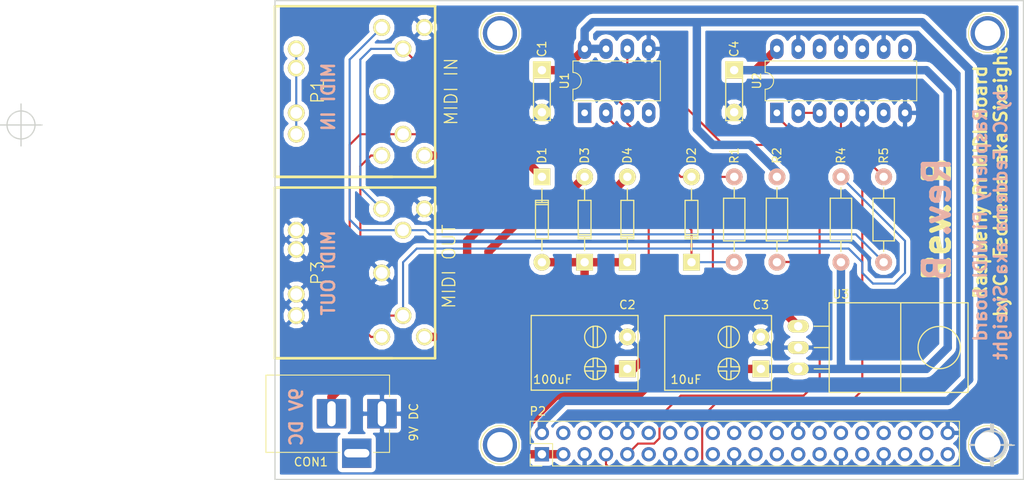
<source format=kicad_pcb>
(kicad_pcb (version 4) (host pcbnew 4.0.2-stable)

  (general
    (links 62)
    (no_connects 0)
    (area 74.229999 97.054999 163.380001 154.205001)
    (thickness 1.6)
    (drawings 17)
    (tracks 161)
    (zones 0)
    (modules 23)
    (nets 51)
  )

  (page A4)
  (layers
    (0 F.Cu signal)
    (31 B.Cu signal)
    (32 B.Adhes user)
    (33 F.Adhes user)
    (34 B.Paste user)
    (35 F.Paste user)
    (36 B.SilkS user)
    (37 F.SilkS user)
    (38 B.Mask user)
    (39 F.Mask user)
    (40 Dwgs.User user)
    (41 Cmts.User user)
    (42 Eco1.User user)
    (43 Eco2.User user)
    (44 Edge.Cuts user)
    (45 Margin user)
    (46 B.CrtYd user)
    (47 F.CrtYd user)
    (48 B.Fab user)
    (49 F.Fab user)
  )

  (setup
    (last_trace_width 0.25)
    (trace_clearance 0.2)
    (zone_clearance 0.508)
    (zone_45_only no)
    (trace_min 0.2)
    (segment_width 0.2)
    (edge_width 0.15)
    (via_size 0.6)
    (via_drill 0.4)
    (via_min_size 0.4)
    (via_min_drill 0.3)
    (uvia_size 0.3)
    (uvia_drill 0.1)
    (uvias_allowed no)
    (uvia_min_size 0.2)
    (uvia_min_drill 0.1)
    (pcb_text_width 0.3)
    (pcb_text_size 1.5 1.5)
    (mod_edge_width 0.15)
    (mod_text_size 1 1)
    (mod_text_width 0.15)
    (pad_size 4.064 4.064)
    (pad_drill 3.048)
    (pad_to_mask_clearance 0.2)
    (aux_axis_origin 74.315 97.15)
    (grid_origin 154.315 151.13)
    (visible_elements 7FFFFFFF)
    (pcbplotparams
      (layerselection 0x010f0_80000001)
      (usegerberextensions true)
      (excludeedgelayer true)
      (linewidth 0.100000)
      (plotframeref false)
      (viasonmask false)
      (mode 1)
      (useauxorigin false)
      (hpglpennumber 1)
      (hpglpenspeed 20)
      (hpglpendiameter 15)
      (hpglpenoverlay 2)
      (psnegative false)
      (psa4output false)
      (plotreference true)
      (plotvalue true)
      (plotinvisibletext false)
      (padsonsilk false)
      (subtractmaskfromsilk false)
      (outputformat 1)
      (mirror false)
      (drillshape 0)
      (scaleselection 1)
      (outputdirectory "Gerbers expansion board/"))
  )

  (net 0 "")
  (net 1 +3V3)
  (net 2 GND)
  (net 3 +9V)
  (net 4 +5V)
  (net 5 "Net-(CON1-Pad2)")
  (net 6 "Net-(CON1-Pad3)")
  (net 7 MRX-)
  (net 8 "Net-(D2-Pad1)")
  (net 9 MTX-)
  (net 10 "Net-(P1-Pad2)")
  (net 11 MRX+)
  (net 12 MTX+)
  (net 13 TX)
  (net 14 RX)
  (net 15 "Net-(R5-Pad1)")
  (net 16 "Net-(U2-Pad8)")
  (net 17 "Net-(U2-Pad10)")
  (net 18 "Net-(U2-Pad12)")
  (net 19 "Net-(U2-Pad6)")
  (net 20 "Net-(P2-Pad4)")
  (net 21 "Net-(P2-Pad6)")
  (net 22 "Net-(P2-Pad8)")
  (net 23 "Net-(P2-Pad11)")
  (net 24 "Net-(P2-Pad12)")
  (net 25 "Net-(P2-Pad14)")
  (net 26 "Net-(P2-Pad15)")
  (net 27 "Net-(P2-Pad16)")
  (net 28 "Net-(P2-Pad17)")
  (net 29 "Net-(P2-Pad18)")
  (net 30 "Net-(P2-Pad20)")
  (net 31 "Net-(P2-Pad21)")
  (net 32 "Net-(P2-Pad22)")
  (net 33 "Net-(P2-Pad23)")
  (net 34 "Net-(P2-Pad24)")
  (net 35 "Net-(P2-Pad25)")
  (net 36 "Net-(P2-Pad27)")
  (net 37 "Net-(P2-Pad28)")
  (net 38 "Net-(P2-Pad30)")
  (net 39 "Net-(P2-Pad31)")
  (net 40 "Net-(P2-Pad32)")
  (net 41 "Net-(P2-Pad34)")
  (net 42 "Net-(P2-Pad35)")
  (net 43 "Net-(P2-Pad36)")
  (net 44 "Net-(P2-Pad37)")
  (net 45 "Net-(P2-Pad38)")
  (net 46 "Net-(P2-Pad39)")
  (net 47 "Net-(U2-Pad2)")
  (net 48 "Net-(D1-Pad1)")
  (net 49 "Net-(D3-Pad2)")
  (net 50 "Net-(P1-Pad8)")

  (net_class Default "Dit is de standaard class."
    (clearance 0.2)
    (trace_width 0.25)
    (via_dia 0.6)
    (via_drill 0.4)
    (uvia_dia 0.3)
    (uvia_drill 0.1)
    (add_net MRX+)
    (add_net MRX-)
    (add_net MTX+)
    (add_net MTX-)
    (add_net "Net-(CON1-Pad2)")
    (add_net "Net-(CON1-Pad3)")
    (add_net "Net-(D1-Pad1)")
    (add_net "Net-(D2-Pad1)")
    (add_net "Net-(D3-Pad2)")
    (add_net "Net-(P1-Pad2)")
    (add_net "Net-(P1-Pad8)")
    (add_net "Net-(P2-Pad11)")
    (add_net "Net-(P2-Pad12)")
    (add_net "Net-(P2-Pad14)")
    (add_net "Net-(P2-Pad15)")
    (add_net "Net-(P2-Pad16)")
    (add_net "Net-(P2-Pad17)")
    (add_net "Net-(P2-Pad18)")
    (add_net "Net-(P2-Pad20)")
    (add_net "Net-(P2-Pad21)")
    (add_net "Net-(P2-Pad22)")
    (add_net "Net-(P2-Pad23)")
    (add_net "Net-(P2-Pad24)")
    (add_net "Net-(P2-Pad25)")
    (add_net "Net-(P2-Pad27)")
    (add_net "Net-(P2-Pad28)")
    (add_net "Net-(P2-Pad30)")
    (add_net "Net-(P2-Pad31)")
    (add_net "Net-(P2-Pad32)")
    (add_net "Net-(P2-Pad34)")
    (add_net "Net-(P2-Pad35)")
    (add_net "Net-(P2-Pad36)")
    (add_net "Net-(P2-Pad37)")
    (add_net "Net-(P2-Pad38)")
    (add_net "Net-(P2-Pad39)")
    (add_net "Net-(P2-Pad4)")
    (add_net "Net-(P2-Pad6)")
    (add_net "Net-(P2-Pad8)")
    (add_net "Net-(R5-Pad1)")
    (add_net "Net-(U2-Pad10)")
    (add_net "Net-(U2-Pad12)")
    (add_net "Net-(U2-Pad2)")
    (add_net "Net-(U2-Pad6)")
    (add_net "Net-(U2-Pad8)")
    (add_net RX)
    (add_net TX)
  )

  (net_class Power ""
    (clearance 0.5)
    (trace_width 1)
    (via_dia 1)
    (via_drill 0.8)
    (uvia_dia 0.3)
    (uvia_drill 0.1)
    (add_net +3V3)
    (add_net +5V)
    (add_net +9V)
    (add_net GND)
  )

  (module Connect:1pin (layer F.Cu) (tedit 58D66F86) (tstamp 58B86EE4)
    (at 101.055 101.01)
    (descr "module 1 pin (ou trou mecanique de percage)")
    (tags DEV)
    (fp_text reference REF** (at 0 -3.048) (layer F.SilkS) hide
      (effects (font (size 1 1) (thickness 0.15)))
    )
    (fp_text value 1pin (at 0 3) (layer F.Fab) hide
      (effects (font (size 1 1) (thickness 0.15)))
    )
    (fp_circle (center 0 0) (end 2 0.8) (layer F.Fab) (width 0.1))
    (fp_circle (center 0 0) (end 2.6 0) (layer F.CrtYd) (width 0.05))
    (fp_circle (center 0 0) (end 0 -2.286) (layer F.SilkS) (width 0.12))
    (pad 1 thru_hole circle (at 0 0) (size 4.064 4.064) (drill 3.048) (layers *.Cu *.Mask))
  )

  (module Connect:1pin (layer F.Cu) (tedit 58B8864C) (tstamp 58B86EEE)
    (at 159.055 101.01)
    (descr "module 1 pin (ou trou mecanique de percage)")
    (tags DEV)
    (fp_text reference REF** (at 0 -3.048) (layer F.SilkS) hide
      (effects (font (size 1 1) (thickness 0.15)))
    )
    (fp_text value 1pin (at 0 3) (layer F.Fab) hide
      (effects (font (size 1 1) (thickness 0.15)))
    )
    (fp_circle (center 0 0) (end 2 0.8) (layer F.Fab) (width 0.1))
    (fp_circle (center 0 0) (end 2.6 0) (layer F.CrtYd) (width 0.05))
    (fp_circle (center 0 0) (end 0 -2.286) (layer F.SilkS) (width 0.12))
    (pad 1 thru_hole circle (at 0 0) (size 4.064 4.064) (drill 3.048) (layers *.Cu *.Mask))
  )

  (module Connect:1pin (layer F.Cu) (tedit 58B8865D) (tstamp 58B86EEF)
    (at 159.055 150.01)
    (descr "module 1 pin (ou trou mecanique de percage)")
    (tags DEV)
    (fp_text reference REF** (at 0 -3.048) (layer F.SilkS) hide
      (effects (font (size 1 1) (thickness 0.15)))
    )
    (fp_text value 1pin (at 0 3) (layer F.Fab) hide
      (effects (font (size 1 1) (thickness 0.15)))
    )
    (fp_circle (center 0 0) (end 2 0.8) (layer F.Fab) (width 0.1))
    (fp_circle (center 0 0) (end 2.6 0) (layer F.CrtYd) (width 0.05))
    (fp_circle (center 0 0) (end 0 -2.286) (layer F.SilkS) (width 0.12))
    (pad 1 thru_hole circle (at 0 0) (size 4.064 4.064) (drill 3.048) (layers *.Cu *.Mask))
  )

  (module Connect:1pin (layer F.Cu) (tedit 58B88657) (tstamp 58B86EF0)
    (at 101.055 150.01)
    (descr "module 1 pin (ou trou mecanique de percage)")
    (tags DEV)
    (fp_text reference REF** (at 0 -3.048) (layer F.SilkS) hide
      (effects (font (size 1 1) (thickness 0.15)))
    )
    (fp_text value 1pin (at 0 3) (layer F.Fab) hide
      (effects (font (size 1 1) (thickness 0.15)))
    )
    (fp_circle (center 0 0) (end 2 0.8) (layer F.Fab) (width 0.1))
    (fp_circle (center 0 0) (end 2.6 0) (layer F.CrtYd) (width 0.05))
    (fp_circle (center 0 0) (end 0 -2.286) (layer F.SilkS) (width 0.12))
    (pad 1 thru_hole circle (at 0 0) (size 4.064 4.064) (drill 3.048) (layers *.Cu *.Mask))
  )

  (module Connect:BARREL_JACK (layer F.Cu) (tedit 58B883D6) (tstamp 58B870D2)
    (at 87.026 146.304)
    (descr "DC Barrel Jack")
    (tags "Power Jack")
    (path /58B85712)
    (fp_text reference CON1 (at -8.45 5.75 180) (layer F.SilkS)
      (effects (font (size 1 1) (thickness 0.15)))
    )
    (fp_text value "9V DC" (at 3.779 1.016 90) (layer F.SilkS)
      (effects (font (size 1 1) (thickness 0.15)))
    )
    (fp_line (start 1 -4.5) (end 1 -4.75) (layer F.CrtYd) (width 0.05))
    (fp_line (start 1 -4.75) (end -14 -4.75) (layer F.CrtYd) (width 0.05))
    (fp_line (start 1 -4.5) (end 1 -2) (layer F.CrtYd) (width 0.05))
    (fp_line (start 1 -2) (end 2 -2) (layer F.CrtYd) (width 0.05))
    (fp_line (start 2 -2) (end 2 2) (layer F.CrtYd) (width 0.05))
    (fp_line (start 2 2) (end 1 2) (layer F.CrtYd) (width 0.05))
    (fp_line (start 1 2) (end 1 4.75) (layer F.CrtYd) (width 0.05))
    (fp_line (start 1 4.75) (end -1 4.75) (layer F.CrtYd) (width 0.05))
    (fp_line (start -1 4.75) (end -1 6.75) (layer F.CrtYd) (width 0.05))
    (fp_line (start -1 6.75) (end -5 6.75) (layer F.CrtYd) (width 0.05))
    (fp_line (start -5 6.75) (end -5 4.75) (layer F.CrtYd) (width 0.05))
    (fp_line (start -5 4.75) (end -14 4.75) (layer F.CrtYd) (width 0.05))
    (fp_line (start -14 4.75) (end -14 -4.75) (layer F.CrtYd) (width 0.05))
    (fp_line (start -5 4.6) (end -13.8 4.6) (layer F.SilkS) (width 0.12))
    (fp_line (start -13.8 4.6) (end -13.8 -4.6) (layer F.SilkS) (width 0.12))
    (fp_line (start 0.9 1.9) (end 0.9 4.6) (layer F.SilkS) (width 0.12))
    (fp_line (start 0.9 4.6) (end -1 4.6) (layer F.SilkS) (width 0.12))
    (fp_line (start -13.8 -4.6) (end 0.9 -4.6) (layer F.SilkS) (width 0.12))
    (fp_line (start 0.9 -4.6) (end 0.9 -2) (layer F.SilkS) (width 0.12))
    (fp_line (start -10.2 -4.5) (end -10.2 4.5) (layer F.Fab) (width 0.1))
    (fp_line (start -13.7 -4.5) (end -13.7 4.5) (layer F.Fab) (width 0.1))
    (fp_line (start -13.7 4.5) (end 0.8 4.5) (layer F.Fab) (width 0.1))
    (fp_line (start 0.8 4.5) (end 0.8 -4.5) (layer F.Fab) (width 0.1))
    (fp_line (start 0.8 -4.5) (end -13.7 -4.5) (layer F.Fab) (width 0.1))
    (pad 1 thru_hole rect (at 0 0) (size 3.5 3.5) (drill oval 1 3) (layers *.Cu *.Mask)
      (net 2 GND))
    (pad 2 thru_hole rect (at -6 0) (size 3.5 3.5) (drill oval 1 3) (layers *.Cu *.Mask)
      (net 5 "Net-(CON1-Pad2)"))
    (pad 3 thru_hole rect (at -3 4.7) (size 3.5 3.5) (drill oval 3 1) (layers *.Cu *.Mask)
      (net 6 "Net-(CON1-Pad3)"))
  )

  (module Library:DIN_7_CF (layer F.Cu) (tedit 57E414B5) (tstamp 58B87122)
    (at 86.995 107.95 270)
    (path /58B85694)
    (fp_text reference P1 (at 0 7.62 270) (layer F.SilkS)
      (effects (font (size 1.5 1.5) (thickness 0.15)))
    )
    (fp_text value "MIDI IN" (at 0 -8.255 270) (layer F.SilkS)
      (effects (font (size 1.5 1.5) (thickness 0.15)))
    )
    (fp_line (start -10.16 -6.35) (end 10.16 -6.35) (layer F.SilkS) (width 0.3))
    (fp_line (start -10.16 -6.35) (end -10.16 12.7) (layer F.SilkS) (width 0.3))
    (fp_line (start 10.16 12.7) (end 10.16 -6.35) (layer F.SilkS) (width 0.3))
    (fp_line (start 10.16 -1.27) (end 10.16 12.7) (layer F.SilkS) (width 0.3))
    (fp_line (start -10.16 12.7) (end 10.16 12.7) (layer F.SilkS) (width 0.3))
    (pad 7 thru_hole circle (at -7.62 -5.08 270) (size 2 2) (drill 1.4) (layers *.Cu *.Mask F.SilkS)
      (net 2 GND))
    (pad 6 thru_hole circle (at 7.62 -5.08 270) (size 2 2) (drill 1.4) (layers *.Cu *.Mask F.SilkS)
      (net 48 "Net-(D1-Pad1)"))
    (pad 3 thru_hole circle (at -7.62 0 270) (size 2 2) (drill 1.4) (layers *.Cu *.Mask F.SilkS)
      (net 9 MTX-))
    (pad 5 thru_hole circle (at -5.08 -2.54 270) (size 2 2) (drill 1.4) (layers *.Cu *.Mask F.SilkS)
      (net 7 MRX-))
    (pad 2 thru_hole circle (at 0 0 270) (size 2 2) (drill 1.4) (layers *.Cu *.Mask F.SilkS)
      (net 10 "Net-(P1-Pad2)"))
    (pad 4 thru_hole circle (at 5.08 -2.54 270) (size 2 2) (drill 1.4) (layers *.Cu *.Mask F.SilkS)
      (net 11 MRX+))
    (pad 1 thru_hole circle (at 7.62 0 270) (size 2 2) (drill 1.4) (layers *.Cu *.Mask F.SilkS)
      (net 12 MTX+))
    (pad 8 thru_hole circle (at 2.54 10.16 270) (size 2 2) (drill 1.4) (layers *.Cu *.Mask F.SilkS)
      (net 50 "Net-(P1-Pad8)"))
    (pad 8 thru_hole circle (at -2.794 10.16 270) (size 2 2) (drill 1.4) (layers *.Cu *.Mask F.SilkS)
      (net 50 "Net-(P1-Pad8)"))
    (pad 8 thru_hole circle (at 5.08 10.16 270) (size 2 2) (drill 1.4) (layers *.Cu *.Mask F.SilkS)
      (net 50 "Net-(P1-Pad8)"))
    (pad 8 thru_hole circle (at -5.08 10.16 270) (size 2 2) (drill 1.4) (layers *.Cu *.Mask F.SilkS)
      (net 50 "Net-(P1-Pad8)"))
  )

  (module Library:DIN_7_CF (layer F.Cu) (tedit 57E414B5) (tstamp 58B8716C)
    (at 86.995 129.54 270)
    (path /58B856D6)
    (fp_text reference P3 (at 0 7.62 270) (layer F.SilkS)
      (effects (font (size 1.5 1.5) (thickness 0.15)))
    )
    (fp_text value "MIDI OUT" (at -0.762 -8.001 270) (layer F.SilkS)
      (effects (font (size 1.5 1.5) (thickness 0.15)))
    )
    (fp_line (start -10.16 -6.35) (end 10.16 -6.35) (layer F.SilkS) (width 0.3))
    (fp_line (start -10.16 -6.35) (end -10.16 12.7) (layer F.SilkS) (width 0.3))
    (fp_line (start 10.16 12.7) (end 10.16 -6.35) (layer F.SilkS) (width 0.3))
    (fp_line (start 10.16 -1.27) (end 10.16 12.7) (layer F.SilkS) (width 0.3))
    (fp_line (start -10.16 12.7) (end 10.16 12.7) (layer F.SilkS) (width 0.3))
    (pad 7 thru_hole circle (at -7.62 -5.08 270) (size 2 2) (drill 1.4) (layers *.Cu *.Mask F.SilkS)
      (net 2 GND))
    (pad 6 thru_hole circle (at 7.62 -5.08 270) (size 2 2) (drill 1.4) (layers *.Cu *.Mask F.SilkS)
      (net 49 "Net-(D3-Pad2)"))
    (pad 3 thru_hole circle (at -7.62 0 270) (size 2 2) (drill 1.4) (layers *.Cu *.Mask F.SilkS)
      (net 7 MRX-))
    (pad 5 thru_hole circle (at -5.08 -2.54 270) (size 2 2) (drill 1.4) (layers *.Cu *.Mask F.SilkS)
      (net 9 MTX-))
    (pad 2 thru_hole circle (at 0 0 270) (size 2 2) (drill 1.4) (layers *.Cu *.Mask F.SilkS)
      (net 2 GND))
    (pad 4 thru_hole circle (at 5.08 -2.54 270) (size 2 2) (drill 1.4) (layers *.Cu *.Mask F.SilkS)
      (net 12 MTX+))
    (pad 1 thru_hole circle (at 7.62 0 270) (size 2 2) (drill 1.4) (layers *.Cu *.Mask F.SilkS)
      (net 11 MRX+))
    (pad 8 thru_hole circle (at 2.54 10.16 270) (size 2 2) (drill 1.4) (layers *.Cu *.Mask F.SilkS)
      (net 2 GND))
    (pad 8 thru_hole circle (at -2.794 10.16 270) (size 2 2) (drill 1.4) (layers *.Cu *.Mask F.SilkS)
      (net 2 GND))
    (pad 8 thru_hole circle (at 5.08 10.16 270) (size 2 2) (drill 1.4) (layers *.Cu *.Mask F.SilkS)
      (net 2 GND))
    (pad 8 thru_hole circle (at -5.08 10.16 270) (size 2 2) (drill 1.4) (layers *.Cu *.Mask F.SilkS)
      (net 2 GND))
  )

  (module Pin_Headers:Pin_Header_Straight_2x20_Pitch2.54mm (layer F.Cu) (tedit 597F73AE) (tstamp 58B879C5)
    (at 106.045 151.13 90)
    (descr "Through hole straight pin header, 2x20, 2.54mm pitch, double rows")
    (tags "Through hole pin header THT 2x20 2.54mm double row")
    (path /58B87410)
    (fp_text reference P2 (at 5.12 -0.49 180) (layer F.SilkS)
      (effects (font (size 1 1) (thickness 0.15)))
    )
    (fp_text value GPIO (at 1.27 50.65 90) (layer F.Fab)
      (effects (font (size 1 1) (thickness 0.15)))
    )
    (fp_line (start -1.27 -1.27) (end -1.27 49.53) (layer F.Fab) (width 0.1))
    (fp_line (start -1.27 49.53) (end 3.81 49.53) (layer F.Fab) (width 0.1))
    (fp_line (start 3.81 49.53) (end 3.81 -1.27) (layer F.Fab) (width 0.1))
    (fp_line (start 3.81 -1.27) (end -1.27 -1.27) (layer F.Fab) (width 0.1))
    (fp_line (start -1.39 1.27) (end -1.39 49.65) (layer F.SilkS) (width 0.12))
    (fp_line (start -1.39 49.65) (end 3.93 49.65) (layer F.SilkS) (width 0.12))
    (fp_line (start 3.93 49.65) (end 3.93 -1.39) (layer F.SilkS) (width 0.12))
    (fp_line (start 3.93 -1.39) (end 1.27 -1.39) (layer F.SilkS) (width 0.12))
    (fp_line (start 1.27 -1.39) (end 1.27 1.27) (layer F.SilkS) (width 0.12))
    (fp_line (start 1.27 1.27) (end -1.39 1.27) (layer F.SilkS) (width 0.12))
    (fp_line (start -1.39 0) (end -1.39 -1.39) (layer F.SilkS) (width 0.12))
    (fp_line (start -1.39 -1.39) (end 0 -1.39) (layer F.SilkS) (width 0.12))
    (fp_line (start -1.6 -1.6) (end -1.6 49.8) (layer F.CrtYd) (width 0.05))
    (fp_line (start -1.6 49.8) (end 4.1 49.8) (layer F.CrtYd) (width 0.05))
    (fp_line (start 4.1 49.8) (end 4.1 -1.6) (layer F.CrtYd) (width 0.05))
    (fp_line (start 4.1 -1.6) (end -1.6 -1.6) (layer F.CrtYd) (width 0.05))
    (pad 1 thru_hole rect (at 0 0 90) (size 1.7 1.7) (drill 1) (layers *.Cu *.Mask)
      (net 4 +5V))
    (pad 2 thru_hole oval (at 2.54 0 90) (size 1.7 1.7) (drill 1) (layers *.Cu *.Mask)
      (net 1 +3V3))
    (pad 3 thru_hole oval (at 0 2.54 90) (size 1.7 1.7) (drill 1) (layers *.Cu *.Mask)
      (net 4 +5V))
    (pad 4 thru_hole oval (at 2.54 2.54 90) (size 1.7 1.7) (drill 1) (layers *.Cu *.Mask)
      (net 20 "Net-(P2-Pad4)"))
    (pad 5 thru_hole oval (at 0 5.08 90) (size 1.7 1.7) (drill 1) (layers *.Cu *.Mask)
      (net 2 GND))
    (pad 6 thru_hole oval (at 2.54 5.08 90) (size 1.7 1.7) (drill 1) (layers *.Cu *.Mask)
      (net 21 "Net-(P2-Pad6)"))
    (pad 7 thru_hole oval (at 0 7.62 90) (size 1.7 1.7) (drill 1) (layers *.Cu *.Mask)
      (net 13 TX))
    (pad 8 thru_hole oval (at 2.54 7.62 90) (size 1.7 1.7) (drill 1) (layers *.Cu *.Mask)
      (net 22 "Net-(P2-Pad8)"))
    (pad 9 thru_hole oval (at 0 10.16 90) (size 1.7 1.7) (drill 1) (layers *.Cu *.Mask)
      (net 14 RX))
    (pad 10 thru_hole oval (at 2.54 10.16 90) (size 1.7 1.7) (drill 1) (layers *.Cu *.Mask)
      (net 2 GND))
    (pad 11 thru_hole oval (at 0 12.7 90) (size 1.7 1.7) (drill 1) (layers *.Cu *.Mask)
      (net 23 "Net-(P2-Pad11)"))
    (pad 12 thru_hole oval (at 2.54 12.7 90) (size 1.7 1.7) (drill 1) (layers *.Cu *.Mask)
      (net 24 "Net-(P2-Pad12)"))
    (pad 13 thru_hole oval (at 0 15.24 90) (size 1.7 1.7) (drill 1) (layers *.Cu *.Mask)
      (net 2 GND))
    (pad 14 thru_hole oval (at 2.54 15.24 90) (size 1.7 1.7) (drill 1) (layers *.Cu *.Mask)
      (net 25 "Net-(P2-Pad14)"))
    (pad 15 thru_hole oval (at 0 17.78 90) (size 1.7 1.7) (drill 1) (layers *.Cu *.Mask)
      (net 26 "Net-(P2-Pad15)"))
    (pad 16 thru_hole oval (at 2.54 17.78 90) (size 1.7 1.7) (drill 1) (layers *.Cu *.Mask)
      (net 27 "Net-(P2-Pad16)"))
    (pad 17 thru_hole oval (at 0 20.32 90) (size 1.7 1.7) (drill 1) (layers *.Cu *.Mask)
      (net 28 "Net-(P2-Pad17)"))
    (pad 18 thru_hole oval (at 2.54 20.32 90) (size 1.7 1.7) (drill 1) (layers *.Cu *.Mask)
      (net 29 "Net-(P2-Pad18)"))
    (pad 19 thru_hole oval (at 0 22.86 90) (size 1.7 1.7) (drill 1) (layers *.Cu *.Mask)
      (net 2 GND))
    (pad 20 thru_hole oval (at 2.54 22.86 90) (size 1.7 1.7) (drill 1) (layers *.Cu *.Mask)
      (net 30 "Net-(P2-Pad20)"))
    (pad 21 thru_hole oval (at 0 25.4 90) (size 1.7 1.7) (drill 1) (layers *.Cu *.Mask)
      (net 31 "Net-(P2-Pad21)"))
    (pad 22 thru_hole oval (at 2.54 25.4 90) (size 1.7 1.7) (drill 1) (layers *.Cu *.Mask)
      (net 32 "Net-(P2-Pad22)"))
    (pad 23 thru_hole oval (at 0 27.94 90) (size 1.7 1.7) (drill 1) (layers *.Cu *.Mask)
      (net 33 "Net-(P2-Pad23)"))
    (pad 24 thru_hole oval (at 2.54 27.94 90) (size 1.7 1.7) (drill 1) (layers *.Cu *.Mask)
      (net 34 "Net-(P2-Pad24)"))
    (pad 25 thru_hole oval (at 0 30.48 90) (size 1.7 1.7) (drill 1) (layers *.Cu *.Mask)
      (net 35 "Net-(P2-Pad25)"))
    (pad 26 thru_hole oval (at 2.54 30.48 90) (size 1.7 1.7) (drill 1) (layers *.Cu *.Mask)
      (net 2 GND))
    (pad 27 thru_hole oval (at 0 33.02 90) (size 1.7 1.7) (drill 1) (layers *.Cu *.Mask)
      (net 36 "Net-(P2-Pad27)"))
    (pad 28 thru_hole oval (at 2.54 33.02 90) (size 1.7 1.7) (drill 1) (layers *.Cu *.Mask)
      (net 37 "Net-(P2-Pad28)"))
    (pad 29 thru_hole oval (at 0 35.56 90) (size 1.7 1.7) (drill 1) (layers *.Cu *.Mask)
      (net 2 GND))
    (pad 30 thru_hole oval (at 2.54 35.56 90) (size 1.7 1.7) (drill 1) (layers *.Cu *.Mask)
      (net 38 "Net-(P2-Pad30)"))
    (pad 31 thru_hole oval (at 0 38.1 90) (size 1.7 1.7) (drill 1) (layers *.Cu *.Mask)
      (net 39 "Net-(P2-Pad31)"))
    (pad 32 thru_hole oval (at 2.54 38.1 90) (size 1.7 1.7) (drill 1) (layers *.Cu *.Mask)
      (net 40 "Net-(P2-Pad32)"))
    (pad 33 thru_hole oval (at 0 40.64 90) (size 1.7 1.7) (drill 1) (layers *.Cu *.Mask)
      (net 2 GND))
    (pad 34 thru_hole oval (at 2.54 40.64 90) (size 1.7 1.7) (drill 1) (layers *.Cu *.Mask)
      (net 41 "Net-(P2-Pad34)"))
    (pad 35 thru_hole oval (at 0 43.18 90) (size 1.7 1.7) (drill 1) (layers *.Cu *.Mask)
      (net 42 "Net-(P2-Pad35)"))
    (pad 36 thru_hole oval (at 2.54 43.18 90) (size 1.7 1.7) (drill 1) (layers *.Cu *.Mask)
      (net 43 "Net-(P2-Pad36)"))
    (pad 37 thru_hole oval (at 0 45.72 90) (size 1.7 1.7) (drill 1) (layers *.Cu *.Mask)
      (net 44 "Net-(P2-Pad37)"))
    (pad 38 thru_hole oval (at 2.54 45.72 90) (size 1.7 1.7) (drill 1) (layers *.Cu *.Mask)
      (net 45 "Net-(P2-Pad38)"))
    (pad 39 thru_hole oval (at 0 48.26 90) (size 1.7 1.7) (drill 1) (layers *.Cu *.Mask)
      (net 46 "Net-(P2-Pad39)"))
    (pad 40 thru_hole oval (at 2.54 48.26 90) (size 1.7 1.7) (drill 1) (layers *.Cu *.Mask)
      (net 2 GND))
    (model Pin_Headers.3dshapes/Pin_Header_Straight_2x20_Pitch2.54mm.wrl
      (at (xyz 0.05 -0.95 0))
      (scale (xyz 1 1 1))
      (rotate (xyz 0 0 90))
    )
  )

  (module Library:C_small_CF (layer F.Cu) (tedit 58AD7E1E) (tstamp 58B8772C)
    (at 106.045 105.41 270)
    (descr "Film Capacitor Length 7 x Width 2mm, Pitch 5mm")
    (tags Capacitor)
    (path /58B89F9D)
    (fp_text reference C1 (at -2.54 0 270) (layer F.SilkS)
      (effects (font (size 1 1) (thickness 0.15)))
    )
    (fp_text value 100n (at 2.5 2.5 270) (layer F.Fab)
      (effects (font (size 1 1) (thickness 0.15)))
    )
    (fp_line (start -1.25 -1.25) (end 6.25 -1.25) (layer F.CrtYd) (width 0.05))
    (fp_line (start 6.25 -1.25) (end 6.25 1.25) (layer F.CrtYd) (width 0.05))
    (fp_line (start 6.25 1.25) (end -1.25 1.25) (layer F.CrtYd) (width 0.05))
    (fp_line (start -1.25 1.25) (end -1.25 -1.25) (layer F.CrtYd) (width 0.05))
    (fp_line (start -1 -1) (end 6 -1) (layer F.SilkS) (width 0.15))
    (fp_line (start 6 -1) (end 6 1) (layer F.SilkS) (width 0.15))
    (fp_line (start 6 1) (end -1 1) (layer F.SilkS) (width 0.15))
    (fp_line (start -1 1) (end -1 -1) (layer F.SilkS) (width 0.15))
    (pad 1 thru_hole rect (at 0 0 270) (size 2 2) (drill 1) (layers *.Cu *.Mask F.SilkS)
      (net 1 +3V3))
    (pad 2 thru_hole circle (at 5 0 270) (size 2 2) (drill 1) (layers *.Cu *.Mask F.SilkS)
      (net 2 GND))
    (model Capacitors_ThroughHole.3dshapes/C_Rect_L7_W2_P5.wrl
      (at (xyz 0.098425 0 0))
      (scale (xyz 1 1 1))
      (rotate (xyz 0 0 0))
    )
  )

  (module Library:C_small_CF (layer F.Cu) (tedit 58AD7E1E) (tstamp 58B877A4)
    (at 128.905 105.41 270)
    (descr "Film Capacitor Length 7 x Width 2mm, Pitch 5mm")
    (tags Capacitor)
    (path /58B89F40)
    (fp_text reference C4 (at -2.54 0 270) (layer F.SilkS)
      (effects (font (size 1 1) (thickness 0.15)))
    )
    (fp_text value 100n (at 2.5 2.5 270) (layer F.Fab)
      (effects (font (size 1 1) (thickness 0.15)))
    )
    (fp_line (start -1.25 -1.25) (end 6.25 -1.25) (layer F.CrtYd) (width 0.05))
    (fp_line (start 6.25 -1.25) (end 6.25 1.25) (layer F.CrtYd) (width 0.05))
    (fp_line (start 6.25 1.25) (end -1.25 1.25) (layer F.CrtYd) (width 0.05))
    (fp_line (start -1.25 1.25) (end -1.25 -1.25) (layer F.CrtYd) (width 0.05))
    (fp_line (start -1 -1) (end 6 -1) (layer F.SilkS) (width 0.15))
    (fp_line (start 6 -1) (end 6 1) (layer F.SilkS) (width 0.15))
    (fp_line (start 6 1) (end -1 1) (layer F.SilkS) (width 0.15))
    (fp_line (start -1 1) (end -1 -1) (layer F.SilkS) (width 0.15))
    (pad 1 thru_hole rect (at 0 0 270) (size 2 2) (drill 1) (layers *.Cu *.Mask F.SilkS)
      (net 4 +5V))
    (pad 2 thru_hole circle (at 5 0 270) (size 2 2) (drill 1) (layers *.Cu *.Mask F.SilkS)
      (net 2 GND))
    (model Capacitors_ThroughHole.3dshapes/C_Rect_L7_W2_P5.wrl
      (at (xyz 0.098425 0 0))
      (scale (xyz 1 1 1))
      (rotate (xyz 0 0 0))
    )
  )

  (module Library:Diode_DO-35_SOD27_Horizontal_RM10 (layer F.Cu) (tedit 58AD7E70) (tstamp 58B877C2)
    (at 123.835 128.27 90)
    (descr "Diode, DO-35,  SOD27, Horizontal, RM 10mm")
    (tags "Diode, DO-35, SOD27, Horizontal, RM 10mm, 1N4148,")
    (path /58B85DAA)
    (fp_text reference D2 (at 12.7 -0.00254 90) (layer F.SilkS)
      (effects (font (size 1 1) (thickness 0.15)))
    )
    (fp_text value D (at 5.08 -0.00254 90) (layer F.Fab)
      (effects (font (size 1 1) (thickness 0.15)))
    )
    (fp_line (start 7.36652 -0.00254) (end 8.76352 -0.00254) (layer F.SilkS) (width 0.15))
    (fp_line (start 2.92152 -0.00254) (end 1.39752 -0.00254) (layer F.SilkS) (width 0.15))
    (fp_line (start 3.30252 -0.76454) (end 3.30252 0.75946) (layer F.SilkS) (width 0.15))
    (fp_line (start 3.04852 -0.76454) (end 3.04852 0.75946) (layer F.SilkS) (width 0.15))
    (fp_line (start 2.79452 -0.00254) (end 2.79452 0.75946) (layer F.SilkS) (width 0.15))
    (fp_line (start 2.79452 0.75946) (end 7.36652 0.75946) (layer F.SilkS) (width 0.15))
    (fp_line (start 7.36652 0.75946) (end 7.36652 -0.76454) (layer F.SilkS) (width 0.15))
    (fp_line (start 7.36652 -0.76454) (end 2.79452 -0.76454) (layer F.SilkS) (width 0.15))
    (fp_line (start 2.79452 -0.76454) (end 2.79452 -0.00254) (layer F.SilkS) (width 0.15))
    (pad 2 thru_hole circle (at 10.16052 -0.00254 270) (size 2 2) (drill 1) (layers *.Cu *.Mask F.SilkS)
      (net 7 MRX-))
    (pad 1 thru_hole rect (at 0.00052 -0.00254 270) (size 2 2) (drill 1) (layers *.Cu *.Mask F.SilkS)
      (net 8 "Net-(D2-Pad1)"))
    (model Diodes_ThroughHole.3dshapes/Diode_DO-35_SOD27_Horizontal_RM10.wrl
      (at (xyz 0.2 0 0))
      (scale (xyz 0.4 0.4 0.4))
      (rotate (xyz 0 0 180))
    )
  )

  (module Library:Diode_DO-35_SOD27_Horizontal_RM10 (layer F.Cu) (tedit 58AD7E70) (tstamp 58B877E0)
    (at 116.20754 128.27052 90)
    (descr "Diode, DO-35,  SOD27, Horizontal, RM 10mm")
    (tags "Diode, DO-35, SOD27, Horizontal, RM 10mm, 1N4148,")
    (path /58B872A7)
    (fp_text reference D4 (at 12.70052 -0.00254 90) (layer F.SilkS)
      (effects (font (size 1 1) (thickness 0.15)))
    )
    (fp_text value D (at 5.08052 -0.00254 90) (layer F.Fab)
      (effects (font (size 1 1) (thickness 0.15)))
    )
    (fp_line (start 7.36652 -0.00254) (end 8.76352 -0.00254) (layer F.SilkS) (width 0.15))
    (fp_line (start 2.92152 -0.00254) (end 1.39752 -0.00254) (layer F.SilkS) (width 0.15))
    (fp_line (start 3.30252 -0.76454) (end 3.30252 0.75946) (layer F.SilkS) (width 0.15))
    (fp_line (start 3.04852 -0.76454) (end 3.04852 0.75946) (layer F.SilkS) (width 0.15))
    (fp_line (start 2.79452 -0.00254) (end 2.79452 0.75946) (layer F.SilkS) (width 0.15))
    (fp_line (start 2.79452 0.75946) (end 7.36652 0.75946) (layer F.SilkS) (width 0.15))
    (fp_line (start 7.36652 0.75946) (end 7.36652 -0.76454) (layer F.SilkS) (width 0.15))
    (fp_line (start 7.36652 -0.76454) (end 2.79452 -0.76454) (layer F.SilkS) (width 0.15))
    (fp_line (start 2.79452 -0.76454) (end 2.79452 -0.00254) (layer F.SilkS) (width 0.15))
    (pad 2 thru_hole circle (at 10.16052 -0.00254 270) (size 2 2) (drill 1) (layers *.Cu *.Mask F.SilkS)
      (net 5 "Net-(CON1-Pad2)"))
    (pad 1 thru_hole rect (at 0.00052 -0.00254 270) (size 2 2) (drill 1) (layers *.Cu *.Mask F.SilkS)
      (net 3 +9V))
    (model Diodes_ThroughHole.3dshapes/Diode_DO-35_SOD27_Horizontal_RM10.wrl
      (at (xyz 0.2 0 0))
      (scale (xyz 0.4 0.4 0.4))
      (rotate (xyz 0 0 180))
    )
  )

  (module Library:Resistor_Horizontal_RM10mm (layer F.Cu) (tedit 56648415) (tstamp 58B877F0)
    (at 128.915 128.27 90)
    (descr "Resistor, Axial,  RM 10mm, 1/3W")
    (tags "Resistor Axial RM 10mm 1/3W")
    (path /58B85D26)
    (fp_text reference R1 (at 12.7 0 90) (layer F.SilkS)
      (effects (font (size 1 1) (thickness 0.15)))
    )
    (fp_text value 220 (at 5.08 0 90) (layer F.Fab)
      (effects (font (size 1 1) (thickness 0.15)))
    )
    (fp_line (start -1.25 -1.5) (end 11.4 -1.5) (layer F.CrtYd) (width 0.05))
    (fp_line (start -1.25 1.5) (end -1.25 -1.5) (layer F.CrtYd) (width 0.05))
    (fp_line (start 11.4 -1.5) (end 11.4 1.5) (layer F.CrtYd) (width 0.05))
    (fp_line (start -1.25 1.5) (end 11.4 1.5) (layer F.CrtYd) (width 0.05))
    (fp_line (start 2.54 -1.27) (end 7.62 -1.27) (layer F.SilkS) (width 0.15))
    (fp_line (start 7.62 -1.27) (end 7.62 1.27) (layer F.SilkS) (width 0.15))
    (fp_line (start 7.62 1.27) (end 2.54 1.27) (layer F.SilkS) (width 0.15))
    (fp_line (start 2.54 1.27) (end 2.54 -1.27) (layer F.SilkS) (width 0.15))
    (fp_line (start 2.54 0) (end 1.27 0) (layer F.SilkS) (width 0.15))
    (fp_line (start 7.62 0) (end 8.89 0) (layer F.SilkS) (width 0.15))
    (pad 1 thru_hole circle (at 0 0 90) (size 1.99898 1.99898) (drill 1.00076) (layers *.Cu *.SilkS *.Mask)
      (net 8 "Net-(D2-Pad1)"))
    (pad 2 thru_hole circle (at 10.16 0 90) (size 1.99898 1.99898) (drill 1.00076) (layers *.Cu *.SilkS *.Mask)
      (net 11 MRX+))
    (model Resistors_ThroughHole.3dshapes/Resistor_Horizontal_RM10mm.wrl
      (at (xyz 0.2 0 0))
      (scale (xyz 0.4 0.4 0.4))
      (rotate (xyz 0 0 0))
    )
  )

  (module Library:Resistor_Horizontal_RM10mm (layer F.Cu) (tedit 56648415) (tstamp 58B87800)
    (at 133.995 128.27 90)
    (descr "Resistor, Axial,  RM 10mm, 1/3W")
    (tags "Resistor Axial RM 10mm 1/3W")
    (path /58B896BE)
    (fp_text reference R2 (at 12.7 0 90) (layer F.SilkS)
      (effects (font (size 1 1) (thickness 0.15)))
    )
    (fp_text value 4k7 (at 5.08 0 90) (layer F.Fab)
      (effects (font (size 1 1) (thickness 0.15)))
    )
    (fp_line (start -1.25 -1.5) (end 11.4 -1.5) (layer F.CrtYd) (width 0.05))
    (fp_line (start -1.25 1.5) (end -1.25 -1.5) (layer F.CrtYd) (width 0.05))
    (fp_line (start 11.4 -1.5) (end 11.4 1.5) (layer F.CrtYd) (width 0.05))
    (fp_line (start -1.25 1.5) (end 11.4 1.5) (layer F.CrtYd) (width 0.05))
    (fp_line (start 2.54 -1.27) (end 7.62 -1.27) (layer F.SilkS) (width 0.15))
    (fp_line (start 7.62 -1.27) (end 7.62 1.27) (layer F.SilkS) (width 0.15))
    (fp_line (start 7.62 1.27) (end 2.54 1.27) (layer F.SilkS) (width 0.15))
    (fp_line (start 2.54 1.27) (end 2.54 -1.27) (layer F.SilkS) (width 0.15))
    (fp_line (start 2.54 0) (end 1.27 0) (layer F.SilkS) (width 0.15))
    (fp_line (start 7.62 0) (end 8.89 0) (layer F.SilkS) (width 0.15))
    (pad 1 thru_hole circle (at 0 0 90) (size 1.99898 1.99898) (drill 1.00076) (layers *.Cu *.SilkS *.Mask)
      (net 14 RX))
    (pad 2 thru_hole circle (at 10.16 0 90) (size 1.99898 1.99898) (drill 1.00076) (layers *.Cu *.SilkS *.Mask)
      (net 1 +3V3))
    (model Resistors_ThroughHole.3dshapes/Resistor_Horizontal_RM10mm.wrl
      (at (xyz 0.2 0 0))
      (scale (xyz 0.4 0.4 0.4))
      (rotate (xyz 0 0 0))
    )
  )

  (module Library:Resistor_Horizontal_RM10mm (layer F.Cu) (tedit 56648415) (tstamp 58B87820)
    (at 141.605 128.27 90)
    (descr "Resistor, Axial,  RM 10mm, 1/3W")
    (tags "Resistor Axial RM 10mm 1/3W")
    (path /58B88910)
    (fp_text reference R4 (at 12.7 0 90) (layer F.SilkS)
      (effects (font (size 1 1) (thickness 0.15)))
    )
    (fp_text value 220 (at 5.08 0 90) (layer F.Fab)
      (effects (font (size 1 1) (thickness 0.15)))
    )
    (fp_line (start -1.25 -1.5) (end 11.4 -1.5) (layer F.CrtYd) (width 0.05))
    (fp_line (start -1.25 1.5) (end -1.25 -1.5) (layer F.CrtYd) (width 0.05))
    (fp_line (start 11.4 -1.5) (end 11.4 1.5) (layer F.CrtYd) (width 0.05))
    (fp_line (start -1.25 1.5) (end 11.4 1.5) (layer F.CrtYd) (width 0.05))
    (fp_line (start 2.54 -1.27) (end 7.62 -1.27) (layer F.SilkS) (width 0.15))
    (fp_line (start 7.62 -1.27) (end 7.62 1.27) (layer F.SilkS) (width 0.15))
    (fp_line (start 7.62 1.27) (end 2.54 1.27) (layer F.SilkS) (width 0.15))
    (fp_line (start 2.54 1.27) (end 2.54 -1.27) (layer F.SilkS) (width 0.15))
    (fp_line (start 2.54 0) (end 1.27 0) (layer F.SilkS) (width 0.15))
    (fp_line (start 7.62 0) (end 8.89 0) (layer F.SilkS) (width 0.15))
    (pad 1 thru_hole circle (at 0 0 90) (size 1.99898 1.99898) (drill 1.00076) (layers *.Cu *.SilkS *.Mask)
      (net 4 +5V))
    (pad 2 thru_hole circle (at 10.16 0 90) (size 1.99898 1.99898) (drill 1.00076) (layers *.Cu *.SilkS *.Mask)
      (net 12 MTX+))
    (model Resistors_ThroughHole.3dshapes/Resistor_Horizontal_RM10mm.wrl
      (at (xyz 0.2 0 0))
      (scale (xyz 0.4 0.4 0.4))
      (rotate (xyz 0 0 0))
    )
  )

  (module Library:Resistor_Horizontal_RM10mm (layer F.Cu) (tedit 56648415) (tstamp 58B87830)
    (at 146.685 118.11 270)
    (descr "Resistor, Axial,  RM 10mm, 1/3W")
    (tags "Resistor Axial RM 10mm 1/3W")
    (path /58B8897E)
    (fp_text reference R5 (at -2.54 0 270) (layer F.SilkS)
      (effects (font (size 1 1) (thickness 0.15)))
    )
    (fp_text value 220 (at 5.08 0 270) (layer F.Fab)
      (effects (font (size 1 1) (thickness 0.15)))
    )
    (fp_line (start -1.25 -1.5) (end 11.4 -1.5) (layer F.CrtYd) (width 0.05))
    (fp_line (start -1.25 1.5) (end -1.25 -1.5) (layer F.CrtYd) (width 0.05))
    (fp_line (start 11.4 -1.5) (end 11.4 1.5) (layer F.CrtYd) (width 0.05))
    (fp_line (start -1.25 1.5) (end 11.4 1.5) (layer F.CrtYd) (width 0.05))
    (fp_line (start 2.54 -1.27) (end 7.62 -1.27) (layer F.SilkS) (width 0.15))
    (fp_line (start 7.62 -1.27) (end 7.62 1.27) (layer F.SilkS) (width 0.15))
    (fp_line (start 7.62 1.27) (end 2.54 1.27) (layer F.SilkS) (width 0.15))
    (fp_line (start 2.54 1.27) (end 2.54 -1.27) (layer F.SilkS) (width 0.15))
    (fp_line (start 2.54 0) (end 1.27 0) (layer F.SilkS) (width 0.15))
    (fp_line (start 7.62 0) (end 8.89 0) (layer F.SilkS) (width 0.15))
    (pad 1 thru_hole circle (at 0 0 270) (size 1.99898 1.99898) (drill 1.00076) (layers *.Cu *.SilkS *.Mask)
      (net 15 "Net-(R5-Pad1)"))
    (pad 2 thru_hole circle (at 10.16 0 270) (size 1.99898 1.99898) (drill 1.00076) (layers *.Cu *.SilkS *.Mask)
      (net 9 MTX-))
    (model Resistors_ThroughHole.3dshapes/Resistor_Horizontal_RM10mm.wrl
      (at (xyz 0.2 0 0))
      (scale (xyz 0.4 0.4 0.4))
      (rotate (xyz 0 0 0))
    )
  )

  (module Housings_DIP:DIP-8_W7.62mm_LongPads (layer F.Cu) (tedit 586281B4) (tstamp 58B8784B)
    (at 111.125 110.49 90)
    (descr "8-lead dip package, row spacing 7.62 mm (300 mils), LongPads")
    (tags "DIL DIP PDIP 2.54mm 7.62mm 300mil LongPads")
    (path /58B85CD9)
    (fp_text reference U1 (at 3.81 -2.39 90) (layer F.SilkS)
      (effects (font (size 1 1) (thickness 0.15)))
    )
    (fp_text value 6N138 (at 3.81 10.01 90) (layer F.Fab)
      (effects (font (size 1 1) (thickness 0.15)))
    )
    (fp_arc (start 3.81 -1.39) (end 2.81 -1.39) (angle -180) (layer F.SilkS) (width 0.12))
    (fp_line (start 1.635 -1.27) (end 6.985 -1.27) (layer F.Fab) (width 0.1))
    (fp_line (start 6.985 -1.27) (end 6.985 8.89) (layer F.Fab) (width 0.1))
    (fp_line (start 6.985 8.89) (end 0.635 8.89) (layer F.Fab) (width 0.1))
    (fp_line (start 0.635 8.89) (end 0.635 -0.27) (layer F.Fab) (width 0.1))
    (fp_line (start 0.635 -0.27) (end 1.635 -1.27) (layer F.Fab) (width 0.1))
    (fp_line (start 2.81 -1.39) (end 1.44 -1.39) (layer F.SilkS) (width 0.12))
    (fp_line (start 1.44 -1.39) (end 1.44 9.01) (layer F.SilkS) (width 0.12))
    (fp_line (start 1.44 9.01) (end 6.18 9.01) (layer F.SilkS) (width 0.12))
    (fp_line (start 6.18 9.01) (end 6.18 -1.39) (layer F.SilkS) (width 0.12))
    (fp_line (start 6.18 -1.39) (end 4.81 -1.39) (layer F.SilkS) (width 0.12))
    (fp_line (start -1.5 -1.6) (end -1.5 9.2) (layer F.CrtYd) (width 0.05))
    (fp_line (start -1.5 9.2) (end 9.1 9.2) (layer F.CrtYd) (width 0.05))
    (fp_line (start 9.1 9.2) (end 9.1 -1.6) (layer F.CrtYd) (width 0.05))
    (fp_line (start 9.1 -1.6) (end -1.5 -1.6) (layer F.CrtYd) (width 0.05))
    (pad 1 thru_hole rect (at 0 0 90) (size 2.4 1.6) (drill 0.8) (layers *.Cu *.Mask))
    (pad 5 thru_hole oval (at 7.62 7.62 90) (size 2.4 1.6) (drill 0.8) (layers *.Cu *.Mask)
      (net 2 GND))
    (pad 2 thru_hole oval (at 0 2.54 90) (size 2.4 1.6) (drill 0.8) (layers *.Cu *.Mask)
      (net 8 "Net-(D2-Pad1)"))
    (pad 6 thru_hole oval (at 7.62 5.08 90) (size 2.4 1.6) (drill 0.8) (layers *.Cu *.Mask)
      (net 14 RX))
    (pad 3 thru_hole oval (at 0 5.08 90) (size 2.4 1.6) (drill 0.8) (layers *.Cu *.Mask)
      (net 7 MRX-))
    (pad 7 thru_hole oval (at 7.62 2.54 90) (size 2.4 1.6) (drill 0.8) (layers *.Cu *.Mask)
      (net 1 +3V3))
    (pad 4 thru_hole oval (at 0 7.62 90) (size 2.4 1.6) (drill 0.8) (layers *.Cu *.Mask))
    (pad 8 thru_hole oval (at 7.62 0 90) (size 2.4 1.6) (drill 0.8) (layers *.Cu *.Mask)
      (net 1 +3V3))
    (model Housings_DIP.3dshapes/DIP-8_W7.62mm_LongPads.wrl
      (at (xyz 0 0 0))
      (scale (xyz 1 1 1))
      (rotate (xyz 0 0 0))
    )
  )

  (module Housings_DIP:DIP-14_W7.62mm_LongPads (layer F.Cu) (tedit 586281B4) (tstamp 58B8786C)
    (at 133.985 110.49 90)
    (descr "14-lead dip package, row spacing 7.62 mm (300 mils), LongPads")
    (tags "DIL DIP PDIP 2.54mm 7.62mm 300mil LongPads")
    (path /58B857D1)
    (fp_text reference U2 (at 3.81 -2.39 90) (layer F.SilkS)
      (effects (font (size 1 1) (thickness 0.15)))
    )
    (fp_text value 74HC14 (at 3.81 17.63 90) (layer F.Fab)
      (effects (font (size 1 1) (thickness 0.15)))
    )
    (fp_arc (start 3.81 -1.39) (end 2.81 -1.39) (angle -180) (layer F.SilkS) (width 0.12))
    (fp_line (start 1.635 -1.27) (end 6.985 -1.27) (layer F.Fab) (width 0.1))
    (fp_line (start 6.985 -1.27) (end 6.985 16.51) (layer F.Fab) (width 0.1))
    (fp_line (start 6.985 16.51) (end 0.635 16.51) (layer F.Fab) (width 0.1))
    (fp_line (start 0.635 16.51) (end 0.635 -0.27) (layer F.Fab) (width 0.1))
    (fp_line (start 0.635 -0.27) (end 1.635 -1.27) (layer F.Fab) (width 0.1))
    (fp_line (start 2.81 -1.39) (end 1.44 -1.39) (layer F.SilkS) (width 0.12))
    (fp_line (start 1.44 -1.39) (end 1.44 16.63) (layer F.SilkS) (width 0.12))
    (fp_line (start 1.44 16.63) (end 6.18 16.63) (layer F.SilkS) (width 0.12))
    (fp_line (start 6.18 16.63) (end 6.18 -1.39) (layer F.SilkS) (width 0.12))
    (fp_line (start 6.18 -1.39) (end 4.81 -1.39) (layer F.SilkS) (width 0.12))
    (fp_line (start -1.5 -1.6) (end -1.5 16.8) (layer F.CrtYd) (width 0.05))
    (fp_line (start -1.5 16.8) (end 9.1 16.8) (layer F.CrtYd) (width 0.05))
    (fp_line (start 9.1 16.8) (end 9.1 -1.6) (layer F.CrtYd) (width 0.05))
    (fp_line (start 9.1 -1.6) (end -1.5 -1.6) (layer F.CrtYd) (width 0.05))
    (pad 1 thru_hole rect (at 0 0 90) (size 2.4 1.6) (drill 0.8) (layers *.Cu *.Mask)
      (net 13 TX))
    (pad 8 thru_hole oval (at 7.62 15.24 90) (size 2.4 1.6) (drill 0.8) (layers *.Cu *.Mask)
      (net 16 "Net-(U2-Pad8)"))
    (pad 2 thru_hole oval (at 0 2.54 90) (size 2.4 1.6) (drill 0.8) (layers *.Cu *.Mask)
      (net 47 "Net-(U2-Pad2)"))
    (pad 9 thru_hole oval (at 7.62 12.7 90) (size 2.4 1.6) (drill 0.8) (layers *.Cu *.Mask)
      (net 2 GND))
    (pad 3 thru_hole oval (at 0 5.08 90) (size 2.4 1.6) (drill 0.8) (layers *.Cu *.Mask)
      (net 47 "Net-(U2-Pad2)"))
    (pad 10 thru_hole oval (at 7.62 10.16 90) (size 2.4 1.6) (drill 0.8) (layers *.Cu *.Mask)
      (net 17 "Net-(U2-Pad10)"))
    (pad 4 thru_hole oval (at 0 7.62 90) (size 2.4 1.6) (drill 0.8) (layers *.Cu *.Mask)
      (net 15 "Net-(R5-Pad1)"))
    (pad 11 thru_hole oval (at 7.62 7.62 90) (size 2.4 1.6) (drill 0.8) (layers *.Cu *.Mask)
      (net 2 GND))
    (pad 5 thru_hole oval (at 0 10.16 90) (size 2.4 1.6) (drill 0.8) (layers *.Cu *.Mask)
      (net 2 GND))
    (pad 12 thru_hole oval (at 7.62 5.08 90) (size 2.4 1.6) (drill 0.8) (layers *.Cu *.Mask)
      (net 18 "Net-(U2-Pad12)"))
    (pad 6 thru_hole oval (at 0 12.7 90) (size 2.4 1.6) (drill 0.8) (layers *.Cu *.Mask)
      (net 19 "Net-(U2-Pad6)"))
    (pad 13 thru_hole oval (at 7.62 2.54 90) (size 2.4 1.6) (drill 0.8) (layers *.Cu *.Mask)
      (net 2 GND))
    (pad 7 thru_hole oval (at 0 15.24 90) (size 2.4 1.6) (drill 0.8) (layers *.Cu *.Mask)
      (net 2 GND))
    (pad 14 thru_hole oval (at 7.62 0 90) (size 2.4 1.6) (drill 0.8) (layers *.Cu *.Mask)
      (net 4 +5V))
    (model Housings_DIP.3dshapes/DIP-14_W7.62mm_LongPads.wrl
      (at (xyz 0 0 0))
      (scale (xyz 1 1 1))
      (rotate (xyz 0 0 0))
    )
  )

  (module Library:TO-220_Flat_CF (layer F.Cu) (tedit 579CCC33) (tstamp 58B8787F)
    (at 136.525 138.43 270)
    (descr "TO-220, Neutral, Horizontal,")
    (tags "TO-220, Neutral, Horizontal,")
    (path /58B87871)
    (fp_text reference U3 (at -6.35 -5.08 360) (layer F.SilkS)
      (effects (font (size 1 1) (thickness 0.15)))
    )
    (fp_text value LM7805CT (at -4.445 -8.255 360) (layer F.Fab)
      (effects (font (size 1 1) (thickness 0.15)))
    )
    (fp_circle (center 0 -16.764) (end 1.778 -14.986) (layer F.SilkS) (width 0.15))
    (fp_line (start -2.54 -3.683) (end -2.54 -1.905) (layer F.SilkS) (width 0.15))
    (fp_line (start 0 -3.683) (end 0 -1.905) (layer F.SilkS) (width 0.15))
    (fp_line (start 2.54 -3.683) (end 2.54 -1.905) (layer F.SilkS) (width 0.15))
    (fp_line (start 5.334 -12.192) (end 5.334 -20.193) (layer F.SilkS) (width 0.15))
    (fp_line (start 5.334 -20.193) (end -5.334 -20.193) (layer F.SilkS) (width 0.15))
    (fp_line (start -5.334 -20.193) (end -5.334 -12.192) (layer F.SilkS) (width 0.15))
    (fp_line (start 5.334 -3.683) (end 5.334 -12.192) (layer F.SilkS) (width 0.15))
    (fp_line (start 5.334 -12.192) (end -5.334 -12.192) (layer F.SilkS) (width 0.15))
    (fp_line (start -5.334 -12.192) (end -5.334 -3.683) (layer F.SilkS) (width 0.15))
    (fp_line (start 0 -3.683) (end -5.334 -3.683) (layer F.SilkS) (width 0.15))
    (fp_line (start 0 -3.683) (end 5.334 -3.683) (layer F.SilkS) (width 0.15))
    (pad 2 thru_hole oval (at 0 0) (size 2.49936 1.50114) (drill 1.00076) (layers *.Cu *.Mask F.SilkS)
      (net 2 GND))
    (pad 1 thru_hole oval (at -2.54 0) (size 2.49936 1.50114) (drill 1.00076) (layers *.Cu *.Mask F.SilkS)
      (net 3 +9V))
    (pad 3 thru_hole oval (at 2.54 0) (size 2.49936 1.50114) (drill 1.00076) (layers *.Cu *.Mask F.SilkS)
      (net 4 +5V))
    (model TO_SOT_Packages_THT.3dshapes/TO-220_Neutral123_Horizontal.wrl
      (at (xyz 0 0 0))
      (scale (xyz 0.3937 0.3937 0.3937))
      (rotate (xyz 0 0 0))
    )
  )

  (module Library:Diode_DO-35_SOD27_Horizontal_RM10 (layer F.Cu) (tedit 58D672CB) (tstamp 58D672A1)
    (at 106.045 118.11 270)
    (descr "Diode, DO-35,  SOD27, Horizontal, RM 10mm")
    (tags "Diode, DO-35, SOD27, Horizontal, RM 10mm, 1N4148,")
    (path /58B876BF)
    (fp_text reference D1 (at -2.54 0 270) (layer F.SilkS)
      (effects (font (size 1 1) (thickness 0.15)))
    )
    (fp_text value D (at 5.08 -5.08 270) (layer F.Fab)
      (effects (font (size 1 1) (thickness 0.15)))
    )
    (fp_line (start 7.36652 -0.00254) (end 8.76352 -0.00254) (layer F.SilkS) (width 0.15))
    (fp_line (start 2.92152 -0.00254) (end 1.39752 -0.00254) (layer F.SilkS) (width 0.15))
    (fp_line (start 3.30252 -0.76454) (end 3.30252 0.75946) (layer F.SilkS) (width 0.15))
    (fp_line (start 3.04852 -0.76454) (end 3.04852 0.75946) (layer F.SilkS) (width 0.15))
    (fp_line (start 2.79452 -0.00254) (end 2.79452 0.75946) (layer F.SilkS) (width 0.15))
    (fp_line (start 2.79452 0.75946) (end 7.36652 0.75946) (layer F.SilkS) (width 0.15))
    (fp_line (start 7.36652 0.75946) (end 7.36652 -0.76454) (layer F.SilkS) (width 0.15))
    (fp_line (start 7.36652 -0.76454) (end 2.79452 -0.76454) (layer F.SilkS) (width 0.15))
    (fp_line (start 2.79452 -0.76454) (end 2.79452 -0.00254) (layer F.SilkS) (width 0.15))
    (pad 2 thru_hole circle (at 10.16052 -0.00254 90) (size 2 2) (drill 1) (layers *.Cu *.Mask F.SilkS)
      (net 3 +9V))
    (pad 1 thru_hole rect (at 0.00052 -0.00254 90) (size 2 2) (drill 1) (layers *.Cu *.Mask F.SilkS)
      (net 48 "Net-(D1-Pad1)"))
    (model Diodes_ThroughHole.3dshapes/Diode_DO-35_SOD27_Horizontal_RM10.wrl
      (at (xyz 0.2 0 0))
      (scale (xyz 0.4 0.4 0.4))
      (rotate (xyz 0 0 180))
    )
  )

  (module Library:Diode_DO-35_SOD27_Horizontal_RM10 (layer F.Cu) (tedit 58D672C8) (tstamp 58D672B0)
    (at 111.125 128.27 90)
    (descr "Diode, DO-35,  SOD27, Horizontal, RM 10mm")
    (tags "Diode, DO-35, SOD27, Horizontal, RM 10mm, 1N4148,")
    (path /58B8730C)
    (fp_text reference D3 (at 12.7 0 90) (layer F.SilkS)
      (effects (font (size 1 1) (thickness 0.15)))
    )
    (fp_text value D (at 5.08 -5.08 90) (layer F.Fab)
      (effects (font (size 1 1) (thickness 0.15)))
    )
    (fp_line (start 7.36652 -0.00254) (end 8.76352 -0.00254) (layer F.SilkS) (width 0.15))
    (fp_line (start 2.92152 -0.00254) (end 1.39752 -0.00254) (layer F.SilkS) (width 0.15))
    (fp_line (start 3.30252 -0.76454) (end 3.30252 0.75946) (layer F.SilkS) (width 0.15))
    (fp_line (start 3.04852 -0.76454) (end 3.04852 0.75946) (layer F.SilkS) (width 0.15))
    (fp_line (start 2.79452 -0.00254) (end 2.79452 0.75946) (layer F.SilkS) (width 0.15))
    (fp_line (start 2.79452 0.75946) (end 7.36652 0.75946) (layer F.SilkS) (width 0.15))
    (fp_line (start 7.36652 0.75946) (end 7.36652 -0.76454) (layer F.SilkS) (width 0.15))
    (fp_line (start 7.36652 -0.76454) (end 2.79452 -0.76454) (layer F.SilkS) (width 0.15))
    (fp_line (start 2.79452 -0.76454) (end 2.79452 -0.00254) (layer F.SilkS) (width 0.15))
    (pad 2 thru_hole circle (at 10.16052 -0.00254 270) (size 2 2) (drill 1) (layers *.Cu *.Mask F.SilkS)
      (net 49 "Net-(D3-Pad2)"))
    (pad 1 thru_hole rect (at 0.00052 -0.00254 270) (size 2 2) (drill 1) (layers *.Cu *.Mask F.SilkS)
      (net 3 +9V))
    (model Diodes_ThroughHole.3dshapes/Diode_DO-35_SOD27_Horizontal_RM10.wrl
      (at (xyz 0.2 0 0))
      (scale (xyz 0.4 0.4 0.4))
      (rotate (xyz 0 0 180))
    )
  )

  (module Library:C_Radial_FLAT (layer F.Cu) (tedit 58D67670) (tstamp 58D68197)
    (at 116.205 140.96 90)
    (descr "Radial Electrolytic Capacitor Diameter 8mm x Length 13mm, Pitch 3.8mm")
    (tags "Electrolytic Capacitor")
    (path /58B89E79)
    (fp_text reference C2 (at 7.62 0 180) (layer F.SilkS)
      (effects (font (size 1 1) (thickness 0.15)))
    )
    (fp_text value 100uF (at -1.27 -8.89 180) (layer F.SilkS)
      (effects (font (size 1 1) (thickness 0.15)))
    )
    (fp_line (start 2.54 -3.556) (end 5.08 -3.556) (layer F.SilkS) (width 0.15))
    (fp_line (start 2.54 -4.064) (end 5.08 -4.064) (layer F.SilkS) (width 0.15))
    (fp_line (start 0.254 -4.064) (end 0.254 -5.08) (layer F.SilkS) (width 0.15))
    (fp_line (start 1.27 -4.064) (end 0.254 -4.064) (layer F.SilkS) (width 0.15))
    (fp_line (start 1.27 -3.556) (end 1.27 -4.064) (layer F.SilkS) (width 0.15))
    (fp_line (start 0.254 -3.556) (end 1.27 -3.556) (layer F.SilkS) (width 0.15))
    (fp_line (start 0.254 -2.54) (end 0.254 -3.556) (layer F.SilkS) (width 0.15))
    (fp_line (start 0.127 -2.54) (end 0.254 -2.54) (layer F.SilkS) (width 0.15))
    (fp_line (start -0.254 -2.54) (end 0.127 -2.54) (layer F.SilkS) (width 0.15))
    (fp_line (start -0.254 -3.556) (end -0.254 -2.54) (layer F.SilkS) (width 0.15))
    (fp_line (start -1.27 -3.556) (end -0.254 -3.556) (layer F.SilkS) (width 0.15))
    (fp_line (start -1.27 -4.064) (end -1.27 -3.556) (layer F.SilkS) (width 0.15))
    (fp_line (start -0.254 -4.064) (end -1.27 -4.064) (layer F.SilkS) (width 0.15))
    (fp_line (start -0.254 -5.08) (end -0.254 -4.064) (layer F.SilkS) (width 0.15))
    (fp_circle (center 3.81 -3.81) (end 5.08 -3.81) (layer F.SilkS) (width 0.15))
    (fp_circle (center 0 -3.81) (end 1.27 -3.81) (layer F.SilkS) (width 0.15))
    (fp_line (start -2.54 -11.43) (end -2.54 1.27) (layer F.SilkS) (width 0.15))
    (fp_line (start 6.35 -11.43) (end -2.54 -11.43) (layer F.SilkS) (width 0.15))
    (fp_line (start 6.35 1.27) (end 6.35 -11.43) (layer F.SilkS) (width 0.15))
    (fp_line (start -2.54 1.27) (end 6.35 1.27) (layer F.SilkS) (width 0.15))
    (pad 1 thru_hole rect (at 0 0 90) (size 2 2) (drill 1) (layers *.Cu *.Mask F.SilkS)
      (net 3 +9V))
    (pad 2 thru_hole circle (at 3.8 0 90) (size 2 2) (drill 1) (layers *.Cu *.Mask F.SilkS)
      (net 2 GND))
    (model Capacitors_ThroughHole.3dshapes/C_Radial_D8_L13_P3.8.wrl
      (at (xyz 0.0748031 0 0))
      (scale (xyz 1 1 1))
      (rotate (xyz 0 0 90))
    )
  )

  (module Library:C_Radial_FLAT (layer F.Cu) (tedit 58D67670) (tstamp 58D681B1)
    (at 132.08 140.97 90)
    (descr "Radial Electrolytic Capacitor Diameter 8mm x Length 13mm, Pitch 3.8mm")
    (tags "Electrolytic Capacitor")
    (path /58B89EE9)
    (fp_text reference C3 (at 7.62 0 180) (layer F.SilkS)
      (effects (font (size 1 1) (thickness 0.15)))
    )
    (fp_text value 10uF (at -1.27 -8.89 180) (layer F.SilkS)
      (effects (font (size 1 1) (thickness 0.15)))
    )
    (fp_line (start 2.54 -3.556) (end 5.08 -3.556) (layer F.SilkS) (width 0.15))
    (fp_line (start 2.54 -4.064) (end 5.08 -4.064) (layer F.SilkS) (width 0.15))
    (fp_line (start 0.254 -4.064) (end 0.254 -5.08) (layer F.SilkS) (width 0.15))
    (fp_line (start 1.27 -4.064) (end 0.254 -4.064) (layer F.SilkS) (width 0.15))
    (fp_line (start 1.27 -3.556) (end 1.27 -4.064) (layer F.SilkS) (width 0.15))
    (fp_line (start 0.254 -3.556) (end 1.27 -3.556) (layer F.SilkS) (width 0.15))
    (fp_line (start 0.254 -2.54) (end 0.254 -3.556) (layer F.SilkS) (width 0.15))
    (fp_line (start 0.127 -2.54) (end 0.254 -2.54) (layer F.SilkS) (width 0.15))
    (fp_line (start -0.254 -2.54) (end 0.127 -2.54) (layer F.SilkS) (width 0.15))
    (fp_line (start -0.254 -3.556) (end -0.254 -2.54) (layer F.SilkS) (width 0.15))
    (fp_line (start -1.27 -3.556) (end -0.254 -3.556) (layer F.SilkS) (width 0.15))
    (fp_line (start -1.27 -4.064) (end -1.27 -3.556) (layer F.SilkS) (width 0.15))
    (fp_line (start -0.254 -4.064) (end -1.27 -4.064) (layer F.SilkS) (width 0.15))
    (fp_line (start -0.254 -5.08) (end -0.254 -4.064) (layer F.SilkS) (width 0.15))
    (fp_circle (center 3.81 -3.81) (end 5.08 -3.81) (layer F.SilkS) (width 0.15))
    (fp_circle (center 0 -3.81) (end 1.27 -3.81) (layer F.SilkS) (width 0.15))
    (fp_line (start -2.54 -11.43) (end -2.54 1.27) (layer F.SilkS) (width 0.15))
    (fp_line (start 6.35 -11.43) (end -2.54 -11.43) (layer F.SilkS) (width 0.15))
    (fp_line (start 6.35 1.27) (end 6.35 -11.43) (layer F.SilkS) (width 0.15))
    (fp_line (start -2.54 1.27) (end 6.35 1.27) (layer F.SilkS) (width 0.15))
    (pad 1 thru_hole rect (at 0 0 90) (size 2 2) (drill 1) (layers *.Cu *.Mask F.SilkS)
      (net 4 +5V))
    (pad 2 thru_hole circle (at 3.8 0 90) (size 2 2) (drill 1) (layers *.Cu *.Mask F.SilkS)
      (net 2 GND))
    (model Capacitors_ThroughHole.3dshapes/C_Radial_D8_L13_P3.8.wrl
      (at (xyz 0.0748031 0 0))
      (scale (xyz 1 1 1))
      (rotate (xyz 0 0 90))
    )
  )

  (gr_line (start 74.305 97.13) (end 74.305 154.13) (angle 90) (layer Edge.Cuts) (width 0.15))
  (gr_line (start 163.305 154.13) (end 163.305 97.13) (angle 90) (layer Edge.Cuts) (width 0.15))
  (target plus (at 44.105 111.93) (size 5) (width 0.15) (layer Edge.Cuts))
  (target plus (at 159.735 150.04) (size 5) (width 0.15) (layer Edge.Cuts))
  (target plus (at 159.595 150.05) (size 5) (width 0.15) (layer Edge.Cuts))
  (target plus (at 159.505 150.05) (size 5) (width 0.15) (layer Edge.Cuts))
  (target plus (at 159.595 150.05) (size 5) (width 0.15) (layer Edge.Cuts))
  (target plus (at 159.395 149.97) (size 5) (width 0.15) (layer Edge.Cuts))
  (gr_text "9V DC" (at 76.835 146.685 90) (layer B.SilkS)
    (effects (font (size 1.5 1.5) (thickness 0.3)) (justify mirror))
  )
  (gr_text "MIDI OUT" (at 80.645 129.54 90) (layer B.SilkS)
    (effects (font (size 1.5 1.5) (thickness 0.3)) (justify mirror))
  )
  (gr_text "MIDI IN" (at 80.645 108.585 90) (layer B.SilkS)
    (effects (font (size 1.5 1.5) (thickness 0.3)) (justify mirror))
  )
  (gr_text "Raspberry Pi MIDI board\nby C. Feddema aka Sixeight" (at 159.385 118.745 90) (layer F.SilkS)
    (effects (font (size 1.5 1.5) (thickness 0.3)))
  )
  (gr_text "Rev. B" (at 153.035 123.19 90) (layer F.SilkS) (tstamp 58D6818E)
    (effects (font (size 3 3) (thickness 0.6)))
  )
  (gr_text "Rev. B" (at 153.035 123.19 90) (layer B.SilkS)
    (effects (font (size 3 3) (thickness 0.6)) (justify mirror))
  )
  (gr_text "Raspberry Pi MIDI board\nby C. Feddema aka Sixeight" (at 159.385 123.825 90) (layer B.SilkS)
    (effects (font (size 1.5 1.5) (thickness 0.3)) (justify mirror))
  )
  (gr_line (start 74.305 97.13) (end 163.305 97.13) (layer Edge.Cuts) (width 0.15))
  (gr_line (start 163.305 154.13) (end 74.305 154.13) (layer Edge.Cuts) (width 0.15))

  (segment (start 133.995 118.11) (end 133.995 117.475) (width 1) (layer B.Cu) (net 1))
  (segment (start 133.995 117.475) (end 130.82 114.3) (width 1) (layer B.Cu) (net 1) (tstamp 597F78D6))
  (segment (start 124.47 112.395) (end 124.47 99.695) (width 1) (layer B.Cu) (net 1) (tstamp 597F78DA))
  (segment (start 126.375 114.3) (end 124.47 112.395) (width 1) (layer B.Cu) (net 1) (tstamp 597F78D8))
  (segment (start 130.82 114.3) (end 126.375 114.3) (width 1) (layer B.Cu) (net 1) (tstamp 597F78D7))
  (segment (start 113.665 102.87) (end 111.125 102.87) (width 1) (layer B.Cu) (net 1) (status 30))
  (segment (start 156.845 105.3) (end 151.24 99.695) (width 1) (layer B.Cu) (net 1))
  (segment (start 151.24 99.695) (end 125.055 99.695) (width 1) (layer B.Cu) (net 1))
  (segment (start 125.055 99.695) (end 124.47 99.695) (width 1) (layer B.Cu) (net 1) (tstamp 597F70B2))
  (segment (start 124.47 99.695) (end 112.1 99.695) (width 1) (layer B.Cu) (net 1) (tstamp 597F78DF))
  (segment (start 156.845 142.24) (end 156.845 105.3) (width 1) (layer B.Cu) (net 1))
  (segment (start 154.305 144.78) (end 156.845 142.24) (width 1) (layer B.Cu) (net 1))
  (segment (start 108.652919 144.78) (end 154.305 144.78) (width 1) (layer B.Cu) (net 1))
  (segment (start 106.045 148.59) (end 106.045 147.387919) (width 1) (layer B.Cu) (net 1) (status 10))
  (segment (start 106.045 147.387919) (end 108.652919 144.78) (width 1) (layer B.Cu) (net 1))
  (segment (start 112.1 99.695) (end 111.125 100.67) (width 1) (layer B.Cu) (net 1))
  (segment (start 111.125 100.67) (end 111.125 102.87) (width 1) (layer B.Cu) (net 1) (status 20))
  (segment (start 106.045 105.41) (end 108.585 105.41) (width 1) (layer F.Cu) (net 1) (status 10))
  (segment (start 108.585 105.41) (end 111.125 102.87) (width 1) (layer F.Cu) (net 1) (status 20))
  (segment (start 111.125 139.7) (end 112.395 140.97) (width 1) (layer F.Cu) (net 3))
  (segment (start 112.395 140.97) (end 116.935 140.97) (width 1) (layer F.Cu) (net 3) (status 20))
  (segment (start 111.12246 128.26948) (end 111.12246 130.26948) (width 1) (layer F.Cu) (net 3) (status 10))
  (segment (start 111.12246 130.26948) (end 111.125 130.27202) (width 1) (layer F.Cu) (net 3))
  (segment (start 111.125 130.27202) (end 111.125 139.7) (width 1) (layer F.Cu) (net 3))
  (segment (start 116.935 140.97) (end 123.285 134.62) (width 1) (layer F.Cu) (net 3) (status 10))
  (segment (start 123.285 134.62) (end 135.255 134.62) (width 1) (layer F.Cu) (net 3))
  (segment (start 135.255 134.62) (end 136.525 135.89) (width 1) (layer F.Cu) (net 3) (status 20))
  (segment (start 111.125 128.27) (end 116.205 128.27) (width 1) (layer F.Cu) (net 3) (status 30))
  (segment (start 111.12448 128.26948) (end 111.125 128.27) (width 1) (layer F.Cu) (net 3) (status 30))
  (segment (start 106.04246 128.26948) (end 111.12448 128.26948) (width 1) (layer F.Cu) (net 3) (status 30))
  (via (at 108.585 151.13) (size 1) (drill 0.8) (layers F.Cu B.Cu) (net 4) (status 30))
  (segment (start 106.045 151.13) (end 108.585 151.13) (width 1) (layer F.Cu) (net 4) (tstamp 597F72C1) (status 30))
  (segment (start 141.605 140.97) (end 136.525 140.97) (width 1) (layer B.Cu) (net 4) (status 20))
  (segment (start 151.765 140.97) (end 141.605 140.97) (width 1) (layer B.Cu) (net 4))
  (segment (start 141.605 140.97) (end 141.605 128.27) (width 1) (layer B.Cu) (net 4) (status 20))
  (segment (start 154.305 138.43) (end 151.765 140.97) (width 1) (layer B.Cu) (net 4))
  (segment (start 154.305 107.95) (end 154.305 138.43) (width 1) (layer B.Cu) (net 4))
  (segment (start 151.765 105.41) (end 154.305 107.95) (width 1) (layer B.Cu) (net 4))
  (segment (start 128.905 105.41) (end 151.765 105.41) (width 1) (layer B.Cu) (net 4) (status 10))
  (segment (start 107.751998 144.145) (end 117.475 144.145) (width 1) (layer F.Cu) (net 4))
  (segment (start 120.65 140.97) (end 117.475 144.145) (width 1) (layer F.Cu) (net 4))
  (segment (start 132.08 140.97) (end 120.65 140.97) (width 1) (layer F.Cu) (net 4) (status 10))
  (segment (start 136.525 140.97) (end 132.08 140.97) (width 1) (layer B.Cu) (net 4) (status 30))
  (segment (start 104.14 151.075) (end 104.14 147.756998) (width 1) (layer F.Cu) (net 4))
  (segment (start 104.14 147.756998) (end 107.751998 144.145) (width 1) (layer F.Cu) (net 4))
  (segment (start 106.045 151.13) (end 104.195 151.13) (width 1) (layer F.Cu) (net 4) (status 10))
  (segment (start 104.195 151.13) (end 104.14 151.075) (width 1) (layer F.Cu) (net 4))
  (segment (start 128.905 105.41) (end 131.445 105.41) (width 1) (layer F.Cu) (net 4) (status 10))
  (segment (start 131.445 105.41) (end 133.985 102.87) (width 1) (layer F.Cu) (net 4) (status 20))
  (segment (start 116.205 118.11) (end 111.125 123.19) (width 1) (layer F.Cu) (net 5) (status 10))
  (segment (start 111.125 123.19) (end 103.505 123.19) (width 1) (layer F.Cu) (net 5))
  (segment (start 103.505 123.19) (end 99.695 127) (width 1) (layer F.Cu) (net 5))
  (segment (start 99.695 127) (end 99.695 138.43) (width 1) (layer F.Cu) (net 5))
  (segment (start 99.695 138.43) (end 95.885 142.24) (width 1) (layer F.Cu) (net 5))
  (segment (start 95.885 142.24) (end 83.09 142.24) (width 1) (layer F.Cu) (net 5))
  (segment (start 83.09 142.24) (end 81.026 144.304) (width 1) (layer F.Cu) (net 5))
  (segment (start 81.026 144.304) (end 81.026 146.304) (width 1) (layer F.Cu) (net 5) (status 20))
  (segment (start 116.205 110.49) (end 116.205 111.75) (width 0.25) (layer F.Cu) (net 7) (status 10))
  (segment (start 122.565 118.11) (end 123.83194 118.11) (width 0.25) (layer F.Cu) (net 7) (tstamp 597F7841) (status 20))
  (segment (start 116.205 111.75) (end 122.565 118.11) (width 0.25) (layer F.Cu) (net 7) (tstamp 597F783C))
  (segment (start 123.83194 118.11) (end 123.83246 118.10948) (width 0.25) (layer F.Cu) (net 7) (tstamp 597F7843) (status 30))
  (segment (start 89.535 102.87) (end 94.615 107.95) (width 0.25) (layer F.Cu) (net 7) (status 10))
  (segment (start 94.615 107.95) (end 114.065 107.95) (width 0.25) (layer F.Cu) (net 7))
  (segment (start 114.065 107.95) (end 116.205 110.09) (width 0.25) (layer F.Cu) (net 7) (status 20))
  (segment (start 116.205 110.09) (end 116.205 110.49) (width 0.25) (layer F.Cu) (net 7) (status 30))
  (segment (start 89.535 102.87) (end 85.725 102.87) (width 0.25) (layer B.Cu) (net 7) (status 10))
  (segment (start 85.725 102.87) (end 84.455 104.14) (width 0.25) (layer B.Cu) (net 7))
  (segment (start 84.455 104.14) (end 84.455 119.38) (width 0.25) (layer B.Cu) (net 7))
  (segment (start 84.455 119.38) (end 86.995 121.92) (width 0.25) (layer B.Cu) (net 7) (status 20))
  (segment (start 123.83246 128.26948) (end 128.91448 128.26948) (width 0.25) (layer B.Cu) (net 8) (status 30))
  (segment (start 128.91448 128.26948) (end 128.915 128.27) (width 0.25) (layer B.Cu) (net 8) (tstamp 597F77DD) (status 30))
  (segment (start 121.285 121.92) (end 121.295 121.92) (width 0.25) (layer F.Cu) (net 8))
  (segment (start 123.83246 124.45746) (end 123.83246 128.26948) (width 0.25) (layer F.Cu) (net 8) (tstamp 597F77BA) (status 20))
  (segment (start 121.295 121.92) (end 123.83246 124.45746) (width 0.25) (layer F.Cu) (net 8) (tstamp 597F77B8))
  (segment (start 121.285 121.92) (end 120.015 120.65) (width 0.25) (layer F.Cu) (net 8))
  (segment (start 120.015 120.65) (end 120.015 117.24) (width 0.25) (layer F.Cu) (net 8))
  (segment (start 120.015 117.24) (end 113.665 110.89) (width 0.25) (layer F.Cu) (net 8) (status 20))
  (segment (start 113.665 110.89) (end 113.665 110.49) (width 0.25) (layer F.Cu) (net 8) (status 30))
  (segment (start 92.693999 124.951999) (end 92.202 124.46) (width 0.25) (layer B.Cu) (net 9))
  (segment (start 92.202 124.46) (end 89.535 124.46) (width 0.25) (layer B.Cu) (net 9) (status 20))
  (segment (start 86.995 100.33) (end 83.185 104.14) (width 0.25) (layer B.Cu) (net 9) (status 10))
  (segment (start 83.185 104.14) (end 83.185 123.19) (width 0.25) (layer B.Cu) (net 9))
  (segment (start 83.185 123.19) (end 84.455 124.46) (width 0.25) (layer B.Cu) (net 9))
  (segment (start 84.455 124.46) (end 89.535 124.46) (width 0.25) (layer B.Cu) (net 9) (status 20))
  (segment (start 89.535 124.46) (end 90.153999 124.951999) (width 0.25) (layer B.Cu) (net 9) (status 30))
  (segment (start 92.693999 124.951999) (end 143.366999 124.951999) (width 0.25) (layer B.Cu) (net 9))
  (segment (start 143.366999 124.951999) (end 146.685 128.27) (width 0.25) (layer B.Cu) (net 9) (status 20))
  (segment (start 127.01 118.11) (end 126.375 118.745) (width 0.25) (layer F.Cu) (net 11))
  (segment (start 128.915 118.11) (end 127.01 118.11) (width 0.25) (layer F.Cu) (net 11) (status 10))
  (segment (start 126.375 129.54) (end 126.375 118.745) (width 0.25) (layer F.Cu) (net 11))
  (segment (start 114.3 113.03) (end 89.535 113.03) (width 0.25) (layer F.Cu) (net 11) (status 20))
  (segment (start 114.3 113.03) (end 118.745 117.475) (width 0.25) (layer F.Cu) (net 11))
  (segment (start 118.745 117.475) (end 118.745 129.54) (width 0.25) (layer F.Cu) (net 11))
  (segment (start 118.745 129.54) (end 120.015 130.81) (width 0.25) (layer F.Cu) (net 11))
  (segment (start 120.015 130.81) (end 125.105 130.81) (width 0.25) (layer F.Cu) (net 11))
  (segment (start 125.105 130.81) (end 126.375 129.54) (width 0.25) (layer F.Cu) (net 11))
  (segment (start 86.995 137.16) (end 85.725 137.16) (width 0.25) (layer F.Cu) (net 11) (status 10))
  (segment (start 85.725 137.16) (end 83.185 134.62) (width 0.25) (layer F.Cu) (net 11))
  (segment (start 84.455 113.03) (end 89.535 113.03) (width 0.25) (layer F.Cu) (net 11) (status 20))
  (segment (start 83.185 134.62) (end 83.185 114.3) (width 0.25) (layer F.Cu) (net 11))
  (segment (start 83.185 114.3) (end 84.455 113.03) (width 0.25) (layer F.Cu) (net 11))
  (segment (start 141.605 118.11) (end 149.225 125.73) (width 0.25) (layer B.Cu) (net 12) (status 10))
  (segment (start 149.225 125.73) (end 149.225 129.54) (width 0.25) (layer B.Cu) (net 12))
  (segment (start 149.225 129.54) (end 147.955 130.81) (width 0.25) (layer B.Cu) (net 12))
  (segment (start 144.145 129.54) (end 144.145 128.27) (width 0.25) (layer B.Cu) (net 12))
  (segment (start 147.955 130.81) (end 145.415 130.81) (width 0.25) (layer B.Cu) (net 12))
  (segment (start 145.415 130.81) (end 144.145 129.54) (width 0.25) (layer B.Cu) (net 12))
  (segment (start 144.145 128.27) (end 142.519479 126.644479) (width 0.25) (layer B.Cu) (net 12))
  (segment (start 142.519479 126.644479) (end 91.160521 126.644479) (width 0.25) (layer B.Cu) (net 12))
  (segment (start 91.160521 126.644479) (end 89.535 128.27) (width 0.25) (layer B.Cu) (net 12))
  (segment (start 86.995 115.57) (end 85.725 115.57) (width 0.25) (layer F.Cu) (net 12) (status 10))
  (segment (start 85.725 115.57) (end 84.455 116.84) (width 0.25) (layer F.Cu) (net 12))
  (segment (start 86.995 134.62) (end 89.535 134.62) (width 0.25) (layer F.Cu) (net 12) (status 20))
  (segment (start 84.455 116.84) (end 84.455 132.08) (width 0.25) (layer F.Cu) (net 12))
  (segment (start 84.455 132.08) (end 86.995 134.62) (width 0.25) (layer F.Cu) (net 12))
  (segment (start 89.535 128.27) (end 89.535 134.62) (width 0.25) (layer B.Cu) (net 12) (status 20))
  (segment (start 114.367919 153.035) (end 124.47 153.035) (width 0.25) (layer F.Cu) (net 13))
  (segment (start 125.105 146.685) (end 127.01 144.78) (width 0.25) (layer F.Cu) (net 13) (tstamp 597F75D6))
  (segment (start 125.105 152.4) (end 125.105 146.685) (width 0.25) (layer F.Cu) (net 13) (tstamp 597F75D5))
  (segment (start 124.47 153.035) (end 125.105 152.4) (width 0.25) (layer F.Cu) (net 13) (tstamp 597F75D2))
  (segment (start 142.875 144.78) (end 144.145 143.51) (width 0.25) (layer F.Cu) (net 13))
  (segment (start 127.01 144.78) (end 142.875 144.78) (width 0.25) (layer F.Cu) (net 13) (tstamp 597F75DA))
  (segment (start 113.665 151.13) (end 113.665 152.332081) (width 0.25) (layer F.Cu) (net 13) (status 10))
  (segment (start 144.145 116.84) (end 140.335 113.03) (width 0.25) (layer F.Cu) (net 13))
  (segment (start 113.665 152.332081) (end 114.367919 153.035) (width 0.25) (layer F.Cu) (net 13))
  (segment (start 144.145 143.51) (end 144.145 116.84) (width 0.25) (layer F.Cu) (net 13))
  (segment (start 140.335 113.03) (end 136.125 113.03) (width 0.25) (layer F.Cu) (net 13))
  (segment (start 136.125 113.03) (end 133.985 110.89) (width 0.25) (layer F.Cu) (net 13) (status 20))
  (segment (start 133.985 110.89) (end 133.985 110.49) (width 0.25) (layer F.Cu) (net 13) (status 30))
  (segment (start 139.075 128.24) (end 134.025 128.24) (width 0.25) (layer F.Cu) (net 14) (status 20))
  (segment (start 134.025 128.24) (end 133.995 128.27) (width 0.25) (layer F.Cu) (net 14) (tstamp 597F78AE) (status 30))
  (segment (start 139.075 128.24) (end 139.075 142.24) (width 0.25) (layer F.Cu) (net 14))
  (segment (start 117.475 149.86) (end 116.205 151.13) (width 0.25) (layer F.Cu) (net 14) (tstamp 597F7670) (status 20))
  (segment (start 119.39 149.86) (end 117.475 149.86) (width 0.25) (layer F.Cu) (net 14) (tstamp 597F766F))
  (segment (start 120.025 149.225) (end 119.39 149.86) (width 0.25) (layer F.Cu) (net 14) (tstamp 597F766E))
  (segment (start 120.025 146.685) (end 120.025 149.225) (width 0.25) (layer F.Cu) (net 14) (tstamp 597F766C))
  (segment (start 122.565 144.145) (end 120.025 146.685) (width 0.25) (layer F.Cu) (net 14) (tstamp 597F7665))
  (segment (start 137.17 144.145) (end 122.565 144.145) (width 0.25) (layer F.Cu) (net 14) (tstamp 597F7664))
  (segment (start 139.075 142.24) (end 137.17 144.145) (width 0.25) (layer F.Cu) (net 14) (tstamp 597F7663))
  (segment (start 139.075 128.24) (end 139.065 128.24) (width 0.25) (layer F.Cu) (net 14) (tstamp 597F7661))
  (segment (start 139.065 128.24) (end 139.065 116.84) (width 0.25) (layer F.Cu) (net 14) (tstamp 597F70B0))
  (segment (start 139.065 116.84) (end 136.525 114.3) (width 0.25) (layer F.Cu) (net 14))
  (segment (start 116.845 105.95) (end 116.205 105.31) (width 0.25) (layer F.Cu) (net 14))
  (segment (start 136.525 114.3) (end 127.635 114.3) (width 0.25) (layer F.Cu) (net 14))
  (segment (start 127.635 114.3) (end 119.285 105.95) (width 0.25) (layer F.Cu) (net 14))
  (segment (start 119.285 105.95) (end 116.845 105.95) (width 0.25) (layer F.Cu) (net 14))
  (segment (start 116.205 105.31) (end 116.205 102.87) (width 0.25) (layer F.Cu) (net 14) (status 20))
  (segment (start 141.605 113.03) (end 146.685 118.11) (width 0.25) (layer F.Cu) (net 15) (status 20))
  (segment (start 141.605 110.49) (end 141.605 113.03) (width 0.25) (layer F.Cu) (net 15) (status 10))
  (segment (start 136.525 110.49) (end 139.065 110.49) (width 0.25) (layer F.Cu) (net 47) (status 30))
  (segment (start 92.075 115.57) (end 103.50298 115.57) (width 1) (layer F.Cu) (net 48) (status 10))
  (segment (start 103.50298 115.57) (end 106.04246 118.10948) (width 1) (layer F.Cu) (net 48) (status 20))
  (segment (start 111.125 118.11) (end 107.95 121.285) (width 1) (layer F.Cu) (net 49) (status 10))
  (segment (start 107.95 121.285) (end 101.6 121.285) (width 1) (layer F.Cu) (net 49))
  (segment (start 101.6 121.285) (end 97.155 125.73) (width 1) (layer F.Cu) (net 49))
  (segment (start 97.155 125.73) (end 97.155 134.62) (width 1) (layer F.Cu) (net 49))
  (segment (start 94.615 137.16) (end 92.075 137.16) (width 1) (layer F.Cu) (net 49) (status 20))
  (segment (start 97.155 134.62) (end 94.615 137.16) (width 1) (layer F.Cu) (net 49))
  (segment (start 76.835 102.87) (end 76.835 105.156) (width 0.25) (layer B.Cu) (net 50) (status 30))
  (segment (start 76.835 105.156) (end 76.835 110.49) (width 0.25) (layer B.Cu) (net 50) (tstamp 58FDCC7C) (status 30))
  (segment (start 76.835 110.49) (end 76.835 113.03) (width 0.25) (layer B.Cu) (net 50) (tstamp 58FDCC7E) (status 30))

  (zone (net 2) (net_name GND) (layer B.Cu) (tstamp 597F7504) (hatch edge 0.508)
    (connect_pads (clearance 0.508))
    (min_thickness 0.254)
    (fill yes (arc_segments 16) (thermal_gap 0.508) (thermal_bridge_width 0.508))
    (polygon
      (pts
        (xy 163.305 154.13) (xy 74.305 154.13) (xy 74.305 97.13) (xy 163.305 97.13) (xy 163.305 154.13)
      )
    )
    (filled_polygon
      (pts
        (xy 162.595 153.42) (xy 75.015 153.42) (xy 75.015 144.554) (xy 78.62856 144.554) (xy 78.62856 148.054)
        (xy 78.672838 148.289317) (xy 78.81191 148.505441) (xy 79.02411 148.650431) (xy 79.276 148.70144) (xy 81.962045 148.70144)
        (xy 81.824559 148.78991) (xy 81.679569 149.00211) (xy 81.62856 149.254) (xy 81.62856 152.754) (xy 81.672838 152.989317)
        (xy 81.81191 153.205441) (xy 82.02411 153.350431) (xy 82.276 153.40144) (xy 85.776 153.40144) (xy 86.011317 153.357162)
        (xy 86.227441 153.21809) (xy 86.372431 153.00589) (xy 86.42344 152.754) (xy 86.42344 150.538172) (xy 98.387538 150.538172)
        (xy 98.792709 151.518761) (xy 99.542293 152.269655) (xy 100.522173 152.676536) (xy 101.583172 152.677462) (xy 102.563761 152.272291)
        (xy 103.314655 151.522707) (xy 103.721536 150.542827) (xy 103.721765 150.28) (xy 104.54756 150.28) (xy 104.54756 151.98)
        (xy 104.591838 152.215317) (xy 104.73091 152.431441) (xy 104.94311 152.576431) (xy 105.195 152.62744) (xy 106.895 152.62744)
        (xy 107.130317 152.583162) (xy 107.346441 152.44409) (xy 107.491431 152.23189) (xy 107.505086 152.164459) (xy 107.534946 152.209147)
        (xy 108.016715 152.531054) (xy 108.585 152.644093) (xy 109.153285 152.531054) (xy 109.635054 152.209147) (xy 109.862702 151.868447)
        (xy 109.929817 152.011358) (xy 110.358076 152.401645) (xy 110.76811 152.571476) (xy 110.998 152.450155) (xy 110.998 151.257)
        (xy 110.978 151.257) (xy 110.978 151.003) (xy 110.998 151.003) (xy 110.998 150.983) (xy 111.252 150.983)
        (xy 111.252 151.003) (xy 111.272 151.003) (xy 111.272 151.257) (xy 111.252 151.257) (xy 111.252 152.450155)
        (xy 111.48189 152.571476) (xy 111.891924 152.401645) (xy 112.320183 152.011358) (xy 112.387298 151.868447) (xy 112.614946 152.209147)
        (xy 113.096715 152.531054) (xy 113.665 152.644093) (xy 114.233285 152.531054) (xy 114.715054 152.209147) (xy 114.935 151.879974)
        (xy 115.154946 152.209147) (xy 115.636715 152.531054) (xy 116.205 152.644093) (xy 116.773285 152.531054) (xy 117.255054 152.209147)
        (xy 117.475 151.879974) (xy 117.694946 152.209147) (xy 118.176715 152.531054) (xy 118.745 152.644093) (xy 119.313285 152.531054)
        (xy 119.795054 152.209147) (xy 120.022702 151.868447) (xy 120.089817 152.011358) (xy 120.518076 152.401645) (xy 120.92811 152.571476)
        (xy 121.158 152.450155) (xy 121.158 151.257) (xy 121.138 151.257) (xy 121.138 151.003) (xy 121.158 151.003)
        (xy 121.158 150.983) (xy 121.412 150.983) (xy 121.412 151.003) (xy 121.432 151.003) (xy 121.432 151.257)
        (xy 121.412 151.257) (xy 121.412 152.450155) (xy 121.64189 152.571476) (xy 122.051924 152.401645) (xy 122.480183 152.011358)
        (xy 122.547298 151.868447) (xy 122.774946 152.209147) (xy 123.256715 152.531054) (xy 123.825 152.644093) (xy 124.393285 152.531054)
        (xy 124.875054 152.209147) (xy 125.095 151.879974) (xy 125.314946 152.209147) (xy 125.796715 152.531054) (xy 126.365 152.644093)
        (xy 126.933285 152.531054) (xy 127.415054 152.209147) (xy 127.642702 151.868447) (xy 127.709817 152.011358) (xy 128.138076 152.401645)
        (xy 128.54811 152.571476) (xy 128.778 152.450155) (xy 128.778 151.257) (xy 128.758 151.257) (xy 128.758 151.003)
        (xy 128.778 151.003) (xy 128.778 150.983) (xy 129.032 150.983) (xy 129.032 151.003) (xy 129.052 151.003)
        (xy 129.052 151.257) (xy 129.032 151.257) (xy 129.032 152.450155) (xy 129.26189 152.571476) (xy 129.671924 152.401645)
        (xy 130.100183 152.011358) (xy 130.167298 151.868447) (xy 130.394946 152.209147) (xy 130.876715 152.531054) (xy 131.445 152.644093)
        (xy 132.013285 152.531054) (xy 132.495054 152.209147) (xy 132.715 151.879974) (xy 132.934946 152.209147) (xy 133.416715 152.531054)
        (xy 133.985 152.644093) (xy 134.553285 152.531054) (xy 135.035054 152.209147) (xy 135.255 151.879974) (xy 135.474946 152.209147)
        (xy 135.956715 152.531054) (xy 136.525 152.644093) (xy 137.093285 152.531054) (xy 137.575054 152.209147) (xy 137.795 151.879974)
        (xy 138.014946 152.209147) (xy 138.496715 152.531054) (xy 139.065 152.644093) (xy 139.633285 152.531054) (xy 140.115054 152.209147)
        (xy 140.342702 151.868447) (xy 140.409817 152.011358) (xy 140.838076 152.401645) (xy 141.24811 152.571476) (xy 141.478 152.450155)
        (xy 141.478 151.257) (xy 141.458 151.257) (xy 141.458 151.003) (xy 141.478 151.003) (xy 141.478 150.983)
        (xy 141.732 150.983) (xy 141.732 151.003) (xy 141.752 151.003) (xy 141.752 151.257) (xy 141.732 151.257)
        (xy 141.732 152.450155) (xy 141.96189 152.571476) (xy 142.371924 152.401645) (xy 142.800183 152.011358) (xy 142.867298 151.868447)
        (xy 143.094946 152.209147) (xy 143.576715 152.531054) (xy 144.145 152.644093) (xy 144.713285 152.531054) (xy 145.195054 152.209147)
        (xy 145.422702 151.868447) (xy 145.489817 152.011358) (xy 145.918076 152.401645) (xy 146.32811 152.571476) (xy 146.558 152.450155)
        (xy 146.558 151.257) (xy 146.538 151.257) (xy 146.538 151.003) (xy 146.558 151.003) (xy 146.558 150.983)
        (xy 146.812 150.983) (xy 146.812 151.003) (xy 146.832 151.003) (xy 146.832 151.257) (xy 146.812 151.257)
        (xy 146.812 152.450155) (xy 147.04189 152.571476) (xy 147.451924 152.401645) (xy 147.880183 152.011358) (xy 147.947298 151.868447)
        (xy 148.174946 152.209147) (xy 148.656715 152.531054) (xy 149.225 152.644093) (xy 149.793285 152.531054) (xy 150.275054 152.209147)
        (xy 150.495 151.879974) (xy 150.714946 152.209147) (xy 151.196715 152.531054) (xy 151.765 152.644093) (xy 152.333285 152.531054)
        (xy 152.815054 152.209147) (xy 153.035 151.879974) (xy 153.254946 152.209147) (xy 153.736715 152.531054) (xy 154.305 152.644093)
        (xy 154.873285 152.531054) (xy 155.355054 152.209147) (xy 155.676961 151.727378) (xy 155.79 151.159093) (xy 155.79 151.100907)
        (xy 155.678065 150.538172) (xy 156.387538 150.538172) (xy 156.792709 151.518761) (xy 157.542293 152.269655) (xy 158.522173 152.676536)
        (xy 159.583172 152.677462) (xy 160.563761 152.272291) (xy 161.314655 151.522707) (xy 161.721536 150.542827) (xy 161.722462 149.481828)
        (xy 161.317291 148.501239) (xy 160.567707 147.750345) (xy 159.587827 147.343464) (xy 158.526828 147.342538) (xy 157.546239 147.747709)
        (xy 156.795345 148.497293) (xy 156.388464 149.477173) (xy 156.387538 150.538172) (xy 155.678065 150.538172) (xy 155.676961 150.532622)
        (xy 155.355054 150.050853) (xy 155.071899 149.861655) (xy 155.071924 149.861645) (xy 155.500183 149.471358) (xy 155.746486 148.946892)
        (xy 155.625819 148.717) (xy 154.432 148.717) (xy 154.432 148.737) (xy 154.178 148.737) (xy 154.178 148.717)
        (xy 154.158 148.717) (xy 154.158 148.463) (xy 154.178 148.463) (xy 154.178 147.269845) (xy 154.432 147.269845)
        (xy 154.432 148.463) (xy 155.625819 148.463) (xy 155.746486 148.233108) (xy 155.500183 147.708642) (xy 155.071924 147.318355)
        (xy 154.66189 147.148524) (xy 154.432 147.269845) (xy 154.178 147.269845) (xy 153.94811 147.148524) (xy 153.538076 147.318355)
        (xy 153.109817 147.708642) (xy 153.042702 147.851553) (xy 152.815054 147.510853) (xy 152.333285 147.188946) (xy 151.765 147.075907)
        (xy 151.196715 147.188946) (xy 150.714946 147.510853) (xy 150.495 147.840026) (xy 150.275054 147.510853) (xy 149.793285 147.188946)
        (xy 149.225 147.075907) (xy 148.656715 147.188946) (xy 148.174946 147.510853) (xy 147.955 147.840026) (xy 147.735054 147.510853)
        (xy 147.253285 147.188946) (xy 146.685 147.075907) (xy 146.116715 147.188946) (xy 145.634946 147.510853) (xy 145.415 147.840026)
        (xy 145.195054 147.510853) (xy 144.713285 147.188946) (xy 144.145 147.075907) (xy 143.576715 147.188946) (xy 143.094946 147.510853)
        (xy 142.875 147.840026) (xy 142.655054 147.510853) (xy 142.173285 147.188946) (xy 141.605 147.075907) (xy 141.036715 147.188946)
        (xy 140.554946 147.510853) (xy 140.335 147.840026) (xy 140.115054 147.510853) (xy 139.633285 147.188946) (xy 139.065 147.075907)
        (xy 138.496715 147.188946) (xy 138.014946 147.510853) (xy 137.787298 147.851553) (xy 137.720183 147.708642) (xy 137.291924 147.318355)
        (xy 136.88189 147.148524) (xy 136.652 147.269845) (xy 136.652 148.463) (xy 136.672 148.463) (xy 136.672 148.717)
        (xy 136.652 148.717) (xy 136.652 148.737) (xy 136.398 148.737) (xy 136.398 148.717) (xy 136.378 148.717)
        (xy 136.378 148.463) (xy 136.398 148.463) (xy 136.398 147.269845) (xy 136.16811 147.148524) (xy 135.758076 147.318355)
        (xy 135.329817 147.708642) (xy 135.262702 147.851553) (xy 135.035054 147.510853) (xy 134.553285 147.188946) (xy 133.985 147.075907)
        (xy 133.416715 147.188946) (xy 132.934946 147.510853) (xy 132.715 147.840026) (xy 132.495054 147.510853) (xy 132.013285 147.188946)
        (xy 131.445 147.075907) (xy 130.876715 147.188946) (xy 130.394946 147.510853) (xy 130.175 147.840026) (xy 129.955054 147.510853)
        (xy 129.473285 147.188946) (xy 128.905 147.075907) (xy 128.336715 147.188946) (xy 127.854946 147.510853) (xy 127.635 147.840026)
        (xy 127.415054 147.510853) (xy 126.933285 147.188946) (xy 126.365 147.075907) (xy 125.796715 147.188946) (xy 125.314946 147.510853)
        (xy 125.095 147.840026) (xy 124.875054 147.510853) (xy 124.393285 147.188946) (xy 123.825 147.075907) (xy 123.256715 147.188946)
        (xy 122.774946 147.510853) (xy 122.555 147.840026) (xy 122.335054 147.510853) (xy 121.853285 147.188946) (xy 121.285 147.075907)
        (xy 120.716715 147.188946) (xy 120.234946 147.510853) (xy 120.015 147.840026) (xy 119.795054 147.510853) (xy 119.313285 147.188946)
        (xy 118.745 147.075907) (xy 118.176715 147.188946) (xy 117.694946 147.510853) (xy 117.467298 147.851553) (xy 117.400183 147.708642)
        (xy 116.971924 147.318355) (xy 116.56189 147.148524) (xy 116.332 147.269845) (xy 116.332 148.463) (xy 116.352 148.463)
        (xy 116.352 148.717) (xy 116.332 148.717) (xy 116.332 148.737) (xy 116.078 148.737) (xy 116.078 148.717)
        (xy 116.058 148.717) (xy 116.058 148.463) (xy 116.078 148.463) (xy 116.078 147.269845) (xy 115.84811 147.148524)
        (xy 115.438076 147.318355) (xy 115.009817 147.708642) (xy 114.942702 147.851553) (xy 114.715054 147.510853) (xy 114.233285 147.188946)
        (xy 113.665 147.075907) (xy 113.096715 147.188946) (xy 112.614946 147.510853) (xy 112.395 147.840026) (xy 112.175054 147.510853)
        (xy 111.693285 147.188946) (xy 111.125 147.075907) (xy 110.556715 147.188946) (xy 110.074946 147.510853) (xy 109.855 147.840026)
        (xy 109.635054 147.510853) (xy 109.153285 147.188946) (xy 108.585 147.075907) (xy 108.016715 147.188946) (xy 107.534946 147.510853)
        (xy 107.315 147.840026) (xy 107.268146 147.769905) (xy 109.123051 145.915) (xy 154.305 145.915) (xy 154.739346 145.828603)
        (xy 155.107566 145.582566) (xy 157.647566 143.042567) (xy 157.893603 142.674346) (xy 157.91373 142.573162) (xy 157.98 142.24)
        (xy 157.98 105.3) (xy 157.893603 104.865654) (xy 157.647566 104.497434) (xy 154.688304 101.538172) (xy 156.387538 101.538172)
        (xy 156.792709 102.518761) (xy 157.542293 103.269655) (xy 158.522173 103.676536) (xy 159.583172 103.677462) (xy 160.563761 103.272291)
        (xy 161.314655 102.522707) (xy 161.721536 101.542827) (xy 161.722462 100.481828) (xy 161.317291 99.501239) (xy 160.567707 98.750345)
        (xy 159.587827 98.343464) (xy 158.526828 98.342538) (xy 157.546239 98.747709) (xy 156.795345 99.497293) (xy 156.388464 100.477173)
        (xy 156.387538 101.538172) (xy 154.688304 101.538172) (xy 152.042566 98.892434) (xy 151.674346 98.646397) (xy 151.24 98.56)
        (xy 112.1 98.56) (xy 111.665654 98.646397) (xy 111.297434 98.892434) (xy 110.322434 99.867434) (xy 110.076397 100.235654)
        (xy 109.99 100.67) (xy 109.99 101.599396) (xy 109.799233 101.884899) (xy 109.69 102.43405) (xy 109.69 103.30595)
        (xy 109.799233 103.855101) (xy 110.110302 104.320648) (xy 110.575849 104.631717) (xy 111.125 104.74095) (xy 111.674151 104.631717)
        (xy 112.139698 104.320648) (xy 112.350608 104.005) (xy 112.439392 104.005) (xy 112.650302 104.320648) (xy 113.115849 104.631717)
        (xy 113.665 104.74095) (xy 114.214151 104.631717) (xy 114.679698 104.320648) (xy 114.935 103.938562) (xy 115.190302 104.320648)
        (xy 115.655849 104.631717) (xy 116.205 104.74095) (xy 116.754151 104.631717) (xy 117.219698 104.320648) (xy 117.472507 103.942293)
        (xy 117.820104 104.3745) (xy 118.313181 104.644367) (xy 118.395961 104.661904) (xy 118.618 104.539915) (xy 118.618 102.997)
        (xy 118.872 102.997) (xy 118.872 104.539915) (xy 119.094039 104.661904) (xy 119.176819 104.644367) (xy 119.669896 104.3745)
        (xy 120.022166 103.936483) (xy 120.18 103.397) (xy 120.18 102.997) (xy 118.872 102.997) (xy 118.618 102.997)
        (xy 118.598 102.997) (xy 118.598 102.743) (xy 118.618 102.743) (xy 118.618 101.200085) (xy 118.872 101.200085)
        (xy 118.872 102.743) (xy 120.18 102.743) (xy 120.18 102.343) (xy 120.022166 101.803517) (xy 119.669896 101.3655)
        (xy 119.176819 101.095633) (xy 119.094039 101.078096) (xy 118.872 101.200085) (xy 118.618 101.200085) (xy 118.395961 101.078096)
        (xy 118.313181 101.095633) (xy 117.820104 101.3655) (xy 117.472507 101.797707) (xy 117.219698 101.419352) (xy 116.754151 101.108283)
        (xy 116.205 100.99905) (xy 115.655849 101.108283) (xy 115.190302 101.419352) (xy 114.935 101.801438) (xy 114.679698 101.419352)
        (xy 114.214151 101.108283) (xy 113.665 100.99905) (xy 113.115849 101.108283) (xy 112.650302 101.419352) (xy 112.439392 101.735)
        (xy 112.350608 101.735) (xy 112.26 101.599396) (xy 112.26 101.140132) (xy 112.570132 100.83) (xy 123.335 100.83)
        (xy 123.335 112.395) (xy 123.421397 112.829346) (xy 123.55547 113.03) (xy 123.667434 113.197566) (xy 125.572434 115.102566)
        (xy 125.940654 115.348603) (xy 126.375 115.435) (xy 130.349868 115.435) (xy 132.459826 117.544958) (xy 132.360794 117.783453)
        (xy 132.360226 118.433694) (xy 132.608538 119.034655) (xy 133.067927 119.494846) (xy 133.668453 119.744206) (xy 134.318694 119.744774)
        (xy 134.919655 119.496462) (xy 135.379846 119.037073) (xy 135.629206 118.436547) (xy 135.629774 117.786306) (xy 135.381462 117.185345)
        (xy 134.922073 116.725154) (xy 134.798509 116.673846) (xy 134.797566 116.672434) (xy 131.622566 113.497434) (xy 131.407595 113.353795)
        (xy 131.254346 113.251397) (xy 130.82 113.165) (xy 126.845132 113.165) (xy 125.605 111.924868) (xy 125.605 111.562532)
        (xy 127.932073 111.562532) (xy 128.030736 111.829387) (xy 128.640461 112.055908) (xy 129.29046 112.031856) (xy 129.779264 111.829387)
        (xy 129.877927 111.562532) (xy 128.905 110.589605) (xy 127.932073 111.562532) (xy 125.605 111.562532) (xy 125.605 110.145461)
        (xy 127.259092 110.145461) (xy 127.283144 110.79546) (xy 127.485613 111.284264) (xy 127.752468 111.382927) (xy 128.725395 110.41)
        (xy 129.084605 110.41) (xy 130.057532 111.382927) (xy 130.324387 111.284264) (xy 130.550908 110.674539) (xy 130.526856 110.02454)
        (xy 130.324387 109.535736) (xy 130.057532 109.437073) (xy 129.084605 110.41) (xy 128.725395 110.41) (xy 127.752468 109.437073)
        (xy 127.485613 109.535736) (xy 127.259092 110.145461) (xy 125.605 110.145461) (xy 125.605 109.257468) (xy 127.932073 109.257468)
        (xy 128.905 110.230395) (xy 129.845395 109.29) (xy 132.53756 109.29) (xy 132.53756 111.69) (xy 132.581838 111.925317)
        (xy 132.72091 112.141441) (xy 132.93311 112.286431) (xy 133.185 112.33744) (xy 134.785 112.33744) (xy 135.020317 112.293162)
        (xy 135.236441 112.15409) (xy 135.381431 111.94189) (xy 135.411597 111.792926) (xy 135.510302 111.940648) (xy 135.975849 112.251717)
        (xy 136.525 112.36095) (xy 137.074151 112.251717) (xy 137.539698 111.940648) (xy 137.795 111.558562) (xy 138.050302 111.940648)
        (xy 138.515849 112.251717) (xy 139.065 112.36095) (xy 139.614151 112.251717) (xy 140.079698 111.940648) (xy 140.335 111.558562)
        (xy 140.590302 111.940648) (xy 141.055849 112.251717) (xy 141.605 112.36095) (xy 142.154151 112.251717) (xy 142.619698 111.940648)
        (xy 142.872507 111.562293) (xy 143.220104 111.9945) (xy 143.713181 112.264367) (xy 143.795961 112.281904) (xy 144.018 112.159915)
        (xy 144.018 110.617) (xy 143.998 110.617) (xy 143.998 110.363) (xy 144.018 110.363) (xy 144.018 108.820085)
        (xy 144.272 108.820085) (xy 144.272 110.363) (xy 144.292 110.363) (xy 144.292 110.617) (xy 144.272 110.617)
        (xy 144.272 112.159915) (xy 144.494039 112.281904) (xy 144.576819 112.264367) (xy 145.069896 111.9945) (xy 145.417493 111.562293)
        (xy 145.670302 111.940648) (xy 146.135849 112.251717) (xy 146.685 112.36095) (xy 147.234151 112.251717) (xy 147.699698 111.940648)
        (xy 147.952507 111.562293) (xy 148.300104 111.9945) (xy 148.793181 112.264367) (xy 148.875961 112.281904) (xy 149.098 112.159915)
        (xy 149.098 110.617) (xy 149.352 110.617) (xy 149.352 112.159915) (xy 149.574039 112.281904) (xy 149.656819 112.264367)
        (xy 150.149896 111.9945) (xy 150.502166 111.556483) (xy 150.66 111.017) (xy 150.66 110.617) (xy 149.352 110.617)
        (xy 149.098 110.617) (xy 149.078 110.617) (xy 149.078 110.363) (xy 149.098 110.363) (xy 149.098 108.820085)
        (xy 149.352 108.820085) (xy 149.352 110.363) (xy 150.66 110.363) (xy 150.66 109.963) (xy 150.502166 109.423517)
        (xy 150.149896 108.9855) (xy 149.656819 108.715633) (xy 149.574039 108.698096) (xy 149.352 108.820085) (xy 149.098 108.820085)
        (xy 148.875961 108.698096) (xy 148.793181 108.715633) (xy 148.300104 108.9855) (xy 147.952507 109.417707) (xy 147.699698 109.039352)
        (xy 147.234151 108.728283) (xy 146.685 108.61905) (xy 146.135849 108.728283) (xy 145.670302 109.039352) (xy 145.417493 109.417707)
        (xy 145.069896 108.9855) (xy 144.576819 108.715633) (xy 144.494039 108.698096) (xy 144.272 108.820085) (xy 144.018 108.820085)
        (xy 143.795961 108.698096) (xy 143.713181 108.715633) (xy 143.220104 108.9855) (xy 142.872507 109.417707) (xy 142.619698 109.039352)
        (xy 142.154151 108.728283) (xy 141.605 108.61905) (xy 141.055849 108.728283) (xy 140.590302 109.039352) (xy 140.335 109.421438)
        (xy 140.079698 109.039352) (xy 139.614151 108.728283) (xy 139.065 108.61905) (xy 138.515849 108.728283) (xy 138.050302 109.039352)
        (xy 137.795 109.421438) (xy 137.539698 109.039352) (xy 137.074151 108.728283) (xy 136.525 108.61905) (xy 135.975849 108.728283)
        (xy 135.510302 109.039352) (xy 135.412749 109.18535) (xy 135.388162 109.054683) (xy 135.24909 108.838559) (xy 135.03689 108.693569)
        (xy 134.785 108.64256) (xy 133.185 108.64256) (xy 132.949683 108.686838) (xy 132.733559 108.82591) (xy 132.588569 109.03811)
        (xy 132.53756 109.29) (xy 129.845395 109.29) (xy 129.877927 109.257468) (xy 129.779264 108.990613) (xy 129.169539 108.764092)
        (xy 128.51954 108.788144) (xy 128.030736 108.990613) (xy 127.932073 109.257468) (xy 125.605 109.257468) (xy 125.605 100.83)
        (xy 150.769868 100.83) (xy 155.71 105.770132) (xy 155.71 141.769867) (xy 153.834868 143.645) (xy 108.652919 143.645)
        (xy 108.218573 143.731397) (xy 107.850353 143.977434) (xy 105.242434 146.585353) (xy 104.996397 146.953573) (xy 104.91 147.387919)
        (xy 104.91 147.637984) (xy 104.673039 147.992622) (xy 104.56 148.560907) (xy 104.56 148.619093) (xy 104.673039 149.187378)
        (xy 104.994946 149.669147) (xy 104.996179 149.669971) (xy 104.959683 149.676838) (xy 104.743559 149.81591) (xy 104.598569 150.02811)
        (xy 104.54756 150.28) (xy 103.721765 150.28) (xy 103.722462 149.481828) (xy 103.317291 148.501239) (xy 102.567707 147.750345)
        (xy 101.587827 147.343464) (xy 100.526828 147.342538) (xy 99.546239 147.747709) (xy 98.795345 148.497293) (xy 98.388464 149.477173)
        (xy 98.387538 150.538172) (xy 86.42344 150.538172) (xy 86.42344 149.254) (xy 86.379162 149.018683) (xy 86.24009 148.802559)
        (xy 86.073891 148.689) (xy 86.74025 148.689) (xy 86.899 148.53025) (xy 86.899 146.431) (xy 87.153 146.431)
        (xy 87.153 148.53025) (xy 87.31175 148.689) (xy 88.902309 148.689) (xy 89.135698 148.592327) (xy 89.314327 148.413699)
        (xy 89.411 148.18031) (xy 89.411 146.58975) (xy 89.25225 146.431) (xy 87.153 146.431) (xy 86.899 146.431)
        (xy 84.79975 146.431) (xy 84.641 146.58975) (xy 84.641 148.18031) (xy 84.737673 148.413699) (xy 84.916302 148.592327)
        (xy 84.950663 148.60656) (xy 83.089955 148.60656) (xy 83.227441 148.51809) (xy 83.372431 148.30589) (xy 83.42344 148.054)
        (xy 83.42344 144.554) (xy 83.399674 144.42769) (xy 84.641 144.42769) (xy 84.641 146.01825) (xy 84.79975 146.177)
        (xy 86.899 146.177) (xy 86.899 144.07775) (xy 87.153 144.07775) (xy 87.153 146.177) (xy 89.25225 146.177)
        (xy 89.411 146.01825) (xy 89.411 144.42769) (xy 89.314327 144.194301) (xy 89.135698 144.015673) (xy 88.902309 143.919)
        (xy 87.31175 143.919) (xy 87.153 144.07775) (xy 86.899 144.07775) (xy 86.74025 143.919) (xy 85.149691 143.919)
        (xy 84.916302 144.015673) (xy 84.737673 144.194301) (xy 84.641 144.42769) (xy 83.399674 144.42769) (xy 83.379162 144.318683)
        (xy 83.24009 144.102559) (xy 83.02789 143.957569) (xy 82.776 143.90656) (xy 79.276 143.90656) (xy 79.040683 143.950838)
        (xy 78.824559 144.08991) (xy 78.679569 144.30211) (xy 78.62856 144.554) (xy 75.015 144.554) (xy 75.015 139.96)
        (xy 114.55756 139.96) (xy 114.55756 141.96) (xy 114.601838 142.195317) (xy 114.74091 142.411441) (xy 114.95311 142.556431)
        (xy 115.205 142.60744) (xy 117.205 142.60744) (xy 117.440317 142.563162) (xy 117.656441 142.42409) (xy 117.801431 142.21189)
        (xy 117.85244 141.96) (xy 117.85244 139.96) (xy 117.808162 139.724683) (xy 117.66909 139.508559) (xy 117.45689 139.363569)
        (xy 117.205 139.31256) (xy 115.205 139.31256) (xy 114.969683 139.356838) (xy 114.753559 139.49591) (xy 114.608569 139.70811)
        (xy 114.55756 139.96) (xy 75.015 139.96) (xy 75.015 137.483795) (xy 85.359716 137.483795) (xy 85.608106 138.084943)
        (xy 86.067637 138.545278) (xy 86.668352 138.794716) (xy 87.318795 138.795284) (xy 87.919943 138.546894) (xy 88.380278 138.087363)
        (xy 88.629716 137.486648) (xy 88.629718 137.483795) (xy 90.439716 137.483795) (xy 90.688106 138.084943) (xy 91.147637 138.545278)
        (xy 91.748352 138.794716) (xy 92.398795 138.795284) (xy 92.999943 138.546894) (xy 93.234715 138.312532) (xy 115.232073 138.312532)
        (xy 115.330736 138.579387) (xy 115.940461 138.805908) (xy 116.59046 138.781856) (xy 117.079264 138.579387) (xy 117.174229 138.322532)
        (xy 131.107073 138.322532) (xy 131.205736 138.589387) (xy 131.815461 138.815908) (xy 132.46546 138.791856) (xy 132.954264 138.589387)
        (xy 133.052927 138.322532) (xy 132.08 137.349605) (xy 131.107073 138.322532) (xy 117.174229 138.322532) (xy 117.177927 138.312532)
        (xy 116.205 137.339605) (xy 115.232073 138.312532) (xy 93.234715 138.312532) (xy 93.460278 138.087363) (xy 93.709716 137.486648)
        (xy 93.710232 136.895461) (xy 114.559092 136.895461) (xy 114.583144 137.54546) (xy 114.785613 138.034264) (xy 115.052468 138.132927)
        (xy 116.025395 137.16) (xy 116.384605 137.16) (xy 117.357532 138.132927) (xy 117.624387 138.034264) (xy 117.850908 137.424539)
        (xy 117.831701 136.905461) (xy 130.434092 136.905461) (xy 130.458144 137.55546) (xy 130.660613 138.044264) (xy 130.927468 138.142927)
        (xy 131.900395 137.17) (xy 132.259605 137.17) (xy 133.232532 138.142927) (xy 133.499387 138.044264) (xy 133.725908 137.434539)
        (xy 133.701856 136.78454) (xy 133.499387 136.295736) (xy 133.232532 136.197073) (xy 132.259605 137.17) (xy 131.900395 137.17)
        (xy 130.927468 136.197073) (xy 130.660613 136.295736) (xy 130.434092 136.905461) (xy 117.831701 136.905461) (xy 117.826856 136.77454)
        (xy 117.624387 136.285736) (xy 117.357532 136.187073) (xy 116.384605 137.16) (xy 116.025395 137.16) (xy 115.052468 136.187073)
        (xy 114.785613 136.285736) (xy 114.559092 136.895461) (xy 93.710232 136.895461) (xy 93.710284 136.836205) (xy 93.461894 136.235057)
        (xy 93.234703 136.007468) (xy 115.232073 136.007468) (xy 116.205 136.980395) (xy 117.167927 136.017468) (xy 131.107073 136.017468)
        (xy 132.08 136.990395) (xy 133.052927 136.017468) (xy 133.005799 135.89) (xy 134.603397 135.89) (xy 134.708867 136.420235)
        (xy 135.009221 136.869746) (xy 135.458732 137.1701) (xy 135.468032 137.17195) (xy 135.378323 137.198501) (xy 134.956342 137.540056)
        (xy 134.69719 138.017097) (xy 134.683007 138.088725) (xy 134.805661 138.303) (xy 136.398 138.303) (xy 136.398 138.283)
        (xy 136.652 138.283) (xy 136.652 138.303) (xy 138.244339 138.303) (xy 138.366993 138.088725) (xy 138.35281 138.017097)
        (xy 138.093658 137.540056) (xy 137.671677 137.198501) (xy 137.581968 137.17195) (xy 137.591268 137.1701) (xy 138.040779 136.869746)
        (xy 138.341133 136.420235) (xy 138.446603 135.89) (xy 138.341133 135.359765) (xy 138.040779 134.910254) (xy 137.591268 134.6099)
        (xy 137.061033 134.50443) (xy 135.988967 134.50443) (xy 135.458732 134.6099) (xy 135.009221 134.910254) (xy 134.708867 135.359765)
        (xy 134.603397 135.89) (xy 133.005799 135.89) (xy 132.954264 135.750613) (xy 132.344539 135.524092) (xy 131.69454 135.548144)
        (xy 131.205736 135.750613) (xy 131.107073 136.017468) (xy 117.167927 136.017468) (xy 117.177927 136.007468) (xy 117.079264 135.740613)
        (xy 116.469539 135.514092) (xy 115.81954 135.538144) (xy 115.330736 135.740613) (xy 115.232073 136.007468) (xy 93.234703 136.007468)
        (xy 93.002363 135.774722) (xy 92.401648 135.525284) (xy 91.751205 135.524716) (xy 91.150057 135.773106) (xy 90.689722 136.232637)
        (xy 90.440284 136.833352) (xy 90.439716 137.483795) (xy 88.629718 137.483795) (xy 88.630284 136.836205) (xy 88.381894 136.235057)
        (xy 87.922363 135.774722) (xy 87.321648 135.525284) (xy 86.671205 135.524716) (xy 86.070057 135.773106) (xy 85.609722 136.232637)
        (xy 85.360284 136.833352) (xy 85.359716 137.483795) (xy 75.015 137.483795) (xy 75.015 135.772532) (xy 75.862073 135.772532)
        (xy 75.960736 136.039387) (xy 76.570461 136.265908) (xy 77.22046 136.241856) (xy 77.709264 136.039387) (xy 77.807927 135.772532)
        (xy 76.835 134.799605) (xy 75.862073 135.772532) (xy 75.015 135.772532) (xy 75.015 134.355461) (xy 75.189092 134.355461)
        (xy 75.213144 135.00546) (xy 75.415613 135.494264) (xy 75.682468 135.592927) (xy 76.655395 134.62) (xy 77.014605 134.62)
        (xy 77.987532 135.592927) (xy 78.254387 135.494264) (xy 78.458893 134.943795) (xy 87.899716 134.943795) (xy 88.148106 135.544943)
        (xy 88.607637 136.005278) (xy 89.208352 136.254716) (xy 89.858795 136.255284) (xy 90.459943 136.006894) (xy 90.920278 135.547363)
        (xy 91.169716 134.946648) (xy 91.170284 134.296205) (xy 90.921894 133.695057) (xy 90.462363 133.234722) (xy 90.295 133.165227)
        (xy 90.295 128.584802) (xy 91.475323 127.404479) (xy 104.636799 127.404479) (xy 104.412824 127.943872) (xy 104.412256 128.594315)
        (xy 104.660646 129.195463) (xy 105.120177 129.655798) (xy 105.720892 129.905236) (xy 106.371335 129.905804) (xy 106.972483 129.657414)
        (xy 107.432818 129.197883) (xy 107.682256 128.597168) (xy 107.682824 127.946725) (xy 107.458772 127.404479) (xy 109.47502 127.404479)
        (xy 109.47502 129.26948) (xy 109.519298 129.504797) (xy 109.65837 129.720921) (xy 109.87057 129.865911) (xy 110.12246 129.91692)
        (xy 112.12246 129.91692) (xy 112.357777 129.872642) (xy 112.573901 129.73357) (xy 112.718891 129.52137) (xy 112.7699 129.26948)
        (xy 112.7699 127.404479) (xy 114.55756 127.404479) (xy 114.55756 129.27) (xy 114.601838 129.505317) (xy 114.74091 129.721441)
        (xy 114.95311 129.866431) (xy 115.205 129.91744) (xy 117.205 129.91744) (xy 117.440317 129.873162) (xy 117.656441 129.73409)
        (xy 117.801431 129.52189) (xy 117.85244 129.27) (xy 117.85244 127.404479) (xy 122.18502 127.404479) (xy 122.18502 129.26948)
        (xy 122.229298 129.504797) (xy 122.36837 129.720921) (xy 122.58057 129.865911) (xy 122.83246 129.91692) (xy 124.83246 129.91692)
        (xy 125.067777 129.872642) (xy 125.283901 129.73357) (xy 125.428891 129.52137) (xy 125.4799 129.26948) (xy 125.4799 129.02948)
        (xy 127.460289 129.02948) (xy 127.528538 129.194655) (xy 127.987927 129.654846) (xy 128.588453 129.904206) (xy 129.238694 129.904774)
        (xy 129.839655 129.656462) (xy 130.299846 129.197073) (xy 130.549206 128.596547) (xy 130.549774 127.946306) (xy 130.325896 127.404479)
        (xy 132.584595 127.404479) (xy 132.360794 127.943453) (xy 132.360226 128.593694) (xy 132.608538 129.194655) (xy 133.067927 129.654846)
        (xy 133.668453 129.904206) (xy 134.318694 129.904774) (xy 134.919655 129.656462) (xy 135.379846 129.197073) (xy 135.629206 128.596547)
        (xy 135.629774 127.946306) (xy 135.405896 127.404479) (xy 140.194595 127.404479) (xy 139.970794 127.943453) (xy 139.970226 128.593694)
        (xy 140.218538 129.194655) (xy 140.47 129.446556) (xy 140.47 139.835) (xy 137.808425 139.835) (xy 137.591268 139.6899)
        (xy 137.581968 139.68805) (xy 137.671677 139.661499) (xy 138.093658 139.319944) (xy 138.35281 138.842903) (xy 138.366993 138.771275)
        (xy 138.244339 138.557) (xy 136.652 138.557) (xy 136.652 138.577) (xy 136.398 138.577) (xy 136.398 138.557)
        (xy 134.805661 138.557) (xy 134.683007 138.771275) (xy 134.69719 138.842903) (xy 134.956342 139.319944) (xy 135.378323 139.661499)
        (xy 135.468032 139.68805) (xy 135.458732 139.6899) (xy 135.241575 139.835) (xy 133.702038 139.835) (xy 133.683162 139.734683)
        (xy 133.54409 139.518559) (xy 133.33189 139.373569) (xy 133.08 139.32256) (xy 131.08 139.32256) (xy 130.844683 139.366838)
        (xy 130.628559 139.50591) (xy 130.483569 139.71811) (xy 130.43256 139.97) (xy 130.43256 141.97) (xy 130.476838 142.205317)
        (xy 130.61591 142.421441) (xy 130.82811 142.566431) (xy 131.08 142.61744) (xy 133.08 142.61744) (xy 133.315317 142.573162)
        (xy 133.531441 142.43409) (xy 133.676431 142.22189) (xy 133.700102 142.105) (xy 135.241575 142.105) (xy 135.458732 142.2501)
        (xy 135.988967 142.35557) (xy 137.061033 142.35557) (xy 137.591268 142.2501) (xy 137.808425 142.105) (xy 151.765 142.105)
        (xy 152.199346 142.018603) (xy 152.567566 141.772566) (xy 155.107566 139.232567) (xy 155.353603 138.864346) (xy 155.372116 138.771275)
        (xy 155.44 138.43) (xy 155.44 107.95) (xy 155.353603 107.515654) (xy 155.107566 107.147433) (xy 152.567566 104.607434)
        (xy 152.466517 104.539915) (xy 152.199346 104.361397) (xy 151.765 104.275) (xy 150.270199 104.275) (xy 150.550767 103.855101)
        (xy 150.66 103.30595) (xy 150.66 102.43405) (xy 150.550767 101.884899) (xy 150.239698 101.419352) (xy 149.774151 101.108283)
        (xy 149.225 100.99905) (xy 148.675849 101.108283) (xy 148.210302 101.419352) (xy 147.957493 101.797707) (xy 147.609896 101.3655)
        (xy 147.116819 101.095633) (xy 147.034039 101.078096) (xy 146.812 101.200085) (xy 146.812 102.743) (xy 146.832 102.743)
        (xy 146.832 102.997) (xy 146.812 102.997) (xy 146.812 103.017) (xy 146.558 103.017) (xy 146.558 102.997)
        (xy 146.538 102.997) (xy 146.538 102.743) (xy 146.558 102.743) (xy 146.558 101.200085) (xy 146.335961 101.078096)
        (xy 146.253181 101.095633) (xy 145.760104 101.3655) (xy 145.412507 101.797707) (xy 145.159698 101.419352) (xy 144.694151 101.108283)
        (xy 144.145 100.99905) (xy 143.595849 101.108283) (xy 143.130302 101.419352) (xy 142.877493 101.797707) (xy 142.529896 101.3655)
        (xy 142.036819 101.095633) (xy 141.954039 101.078096) (xy 141.732 101.200085) (xy 141.732 102.743) (xy 141.752 102.743)
        (xy 141.752 102.997) (xy 141.732 102.997) (xy 141.732 103.017) (xy 141.478 103.017) (xy 141.478 102.997)
        (xy 141.458 102.997) (xy 141.458 102.743) (xy 141.478 102.743) (xy 141.478 101.200085) (xy 141.255961 101.078096)
        (xy 141.173181 101.095633) (xy 140.680104 101.3655) (xy 140.332507 101.797707) (xy 140.079698 101.419352) (xy 139.614151 101.108283)
        (xy 139.065 100.99905) (xy 138.515849 101.108283) (xy 138.050302 101.419352) (xy 137.797493 101.797707) (xy 137.449896 101.3655)
        (xy 136.956819 101.095633) (xy 136.874039 101.078096) (xy 136.652 101.200085) (xy 136.652 102.743) (xy 136.672 102.743)
        (xy 136.672 102.997) (xy 136.652 102.997) (xy 136.652 103.017) (xy 136.398 103.017) (xy 136.398 102.997)
        (xy 136.378 102.997) (xy 136.378 102.743) (xy 136.398 102.743) (xy 136.398 101.200085) (xy 136.175961 101.078096)
        (xy 136.093181 101.095633) (xy 135.600104 101.3655) (xy 135.252507 101.797707) (xy 134.999698 101.419352) (xy 134.534151 101.108283)
        (xy 133.985 100.99905) (xy 133.435849 101.108283) (xy 132.970302 101.419352) (xy 132.659233 101.884899) (xy 132.55 102.43405)
        (xy 132.55 103.30595) (xy 132.659233 103.855101) (xy 132.939801 104.275) (xy 130.527038 104.275) (xy 130.508162 104.174683)
        (xy 130.36909 103.958559) (xy 130.15689 103.813569) (xy 129.905 103.76256) (xy 127.905 103.76256) (xy 127.669683 103.806838)
        (xy 127.453559 103.94591) (xy 127.308569 104.15811) (xy 127.25756 104.41) (xy 127.25756 106.41) (xy 127.301838 106.645317)
        (xy 127.44091 106.861441) (xy 127.65311 107.006431) (xy 127.905 107.05744) (xy 129.905 107.05744) (xy 130.140317 107.013162)
        (xy 130.356441 106.87409) (xy 130.501431 106.66189) (xy 130.525102 106.545) (xy 151.294868 106.545) (xy 153.17 108.420133)
        (xy 153.17 137.959867) (xy 151.294868 139.835) (xy 142.74 139.835) (xy 142.74 129.446484) (xy 142.989846 129.197073)
        (xy 143.239206 128.596547) (xy 143.239343 128.439145) (xy 143.385 128.584802) (xy 143.385 129.54) (xy 143.442852 129.830839)
        (xy 143.607599 130.077401) (xy 144.877599 131.347401) (xy 145.12416 131.512148) (xy 145.415 131.57) (xy 147.955 131.57)
        (xy 148.245839 131.512148) (xy 148.492401 131.347401) (xy 149.762401 130.077401) (xy 149.927148 129.83084) (xy 149.985 129.54)
        (xy 149.985 125.73) (xy 149.927148 125.439161) (xy 149.927148 125.43916) (xy 149.762401 125.192599) (xy 143.170885 118.601083)
        (xy 143.239206 118.436547) (xy 143.239208 118.433694) (xy 145.050226 118.433694) (xy 145.298538 119.034655) (xy 145.757927 119.494846)
        (xy 146.358453 119.744206) (xy 147.008694 119.744774) (xy 147.609655 119.496462) (xy 148.069846 119.037073) (xy 148.319206 118.436547)
        (xy 148.319774 117.786306) (xy 148.071462 117.185345) (xy 147.612073 116.725154) (xy 147.011547 116.475794) (xy 146.361306 116.475226)
        (xy 145.760345 116.723538) (xy 145.300154 117.182927) (xy 145.050794 117.783453) (xy 145.050226 118.433694) (xy 143.239208 118.433694)
        (xy 143.239774 117.786306) (xy 142.991462 117.185345) (xy 142.532073 116.725154) (xy 141.931547 116.475794) (xy 141.281306 116.475226)
        (xy 140.680345 116.723538) (xy 140.220154 117.182927) (xy 139.970794 117.783453) (xy 139.970226 118.433694) (xy 140.218538 119.034655)
        (xy 140.677927 119.494846) (xy 141.278453 119.744206) (xy 141.928694 119.744774) (xy 142.095889 119.675691) (xy 148.465 126.044802)
        (xy 148.465 129.225198) (xy 147.640198 130.05) (xy 145.729802 130.05) (xy 144.905 129.225198) (xy 144.905 128.27)
        (xy 144.847148 127.979161) (xy 144.682401 127.732599) (xy 143.05688 126.107078) (xy 142.810318 125.942331) (xy 142.519479 125.884479)
        (xy 91.160521 125.884479) (xy 90.869682 125.942331) (xy 90.62312 126.107078) (xy 88.997599 127.732599) (xy 88.832852 127.979161)
        (xy 88.775 128.27) (xy 88.775 133.164953) (xy 88.610057 133.233106) (xy 88.149722 133.692637) (xy 87.900284 134.293352)
        (xy 87.899716 134.943795) (xy 78.458893 134.943795) (xy 78.480908 134.884539) (xy 78.456856 134.23454) (xy 78.254387 133.745736)
        (xy 77.987532 133.647073) (xy 77.014605 134.62) (xy 76.655395 134.62) (xy 75.682468 133.647073) (xy 75.415613 133.745736)
        (xy 75.189092 134.355461) (xy 75.015 134.355461) (xy 75.015 133.232532) (xy 75.862073 133.232532) (xy 75.905504 133.35)
        (xy 75.862073 133.467468) (xy 76.835 134.440395) (xy 77.807927 133.467468) (xy 77.764496 133.35) (xy 77.807927 133.232532)
        (xy 76.835 132.259605) (xy 75.862073 133.232532) (xy 75.015 133.232532) (xy 75.015 131.815461) (xy 75.189092 131.815461)
        (xy 75.213144 132.46546) (xy 75.415613 132.954264) (xy 75.682468 133.052927) (xy 76.655395 132.08) (xy 77.014605 132.08)
        (xy 77.987532 133.052927) (xy 78.254387 132.954264) (xy 78.480908 132.344539) (xy 78.456856 131.69454) (xy 78.254387 131.205736)
        (xy 77.987532 131.107073) (xy 77.014605 132.08) (xy 76.655395 132.08) (xy 75.682468 131.107073) (xy 75.415613 131.205736)
        (xy 75.189092 131.815461) (xy 75.015 131.815461) (xy 75.015 130.927468) (xy 75.862073 130.927468) (xy 76.835 131.900395)
        (xy 77.807927 130.927468) (xy 77.721066 130.692532) (xy 86.022073 130.692532) (xy 86.120736 130.959387) (xy 86.730461 131.185908)
        (xy 87.38046 131.161856) (xy 87.869264 130.959387) (xy 87.967927 130.692532) (xy 86.995 129.719605) (xy 86.022073 130.692532)
        (xy 77.721066 130.692532) (xy 77.709264 130.660613) (xy 77.099539 130.434092) (xy 76.44954 130.458144) (xy 75.960736 130.660613)
        (xy 75.862073 130.927468) (xy 75.015 130.927468) (xy 75.015 129.275461) (xy 85.349092 129.275461) (xy 85.373144 129.92546)
        (xy 85.575613 130.414264) (xy 85.842468 130.512927) (xy 86.815395 129.54) (xy 87.174605 129.54) (xy 88.147532 130.512927)
        (xy 88.414387 130.414264) (xy 88.640908 129.804539) (xy 88.616856 129.15454) (xy 88.414387 128.665736) (xy 88.147532 128.567073)
        (xy 87.174605 129.54) (xy 86.815395 129.54) (xy 85.842468 128.567073) (xy 85.575613 128.665736) (xy 85.349092 129.275461)
        (xy 75.015 129.275461) (xy 75.015 127.898532) (xy 75.862073 127.898532) (xy 75.960736 128.165387) (xy 76.570461 128.391908)
        (xy 76.69045 128.387468) (xy 86.022073 128.387468) (xy 86.995 129.360395) (xy 87.967927 128.387468) (xy 87.869264 128.120613)
        (xy 87.259539 127.894092) (xy 86.60954 127.918144) (xy 86.120736 128.120613) (xy 86.022073 128.387468) (xy 76.69045 128.387468)
        (xy 77.22046 128.367856) (xy 77.709264 128.165387) (xy 77.807927 127.898532) (xy 76.835 126.925605) (xy 75.862073 127.898532)
        (xy 75.015 127.898532) (xy 75.015 126.481461) (xy 75.189092 126.481461) (xy 75.213144 127.13146) (xy 75.415613 127.620264)
        (xy 75.682468 127.718927) (xy 76.655395 126.746) (xy 77.014605 126.746) (xy 77.987532 127.718927) (xy 78.254387 127.620264)
        (xy 78.480908 127.010539) (xy 78.456856 126.36054) (xy 78.254387 125.871736) (xy 77.987532 125.773073) (xy 77.014605 126.746)
        (xy 76.655395 126.746) (xy 75.682468 125.773073) (xy 75.415613 125.871736) (xy 75.189092 126.481461) (xy 75.015 126.481461)
        (xy 75.015 125.593468) (xy 75.862073 125.593468) (xy 75.871605 125.603) (xy 75.862073 125.612532) (xy 75.960736 125.879387)
        (xy 76.258683 125.990078) (xy 76.835 126.566395) (xy 77.389598 126.011797) (xy 77.709264 125.879387) (xy 77.807927 125.612532)
        (xy 77.798395 125.603) (xy 77.807927 125.593468) (xy 77.709264 125.326613) (xy 77.411317 125.215922) (xy 76.835 124.639605)
        (xy 76.280402 125.194203) (xy 75.960736 125.326613) (xy 75.862073 125.593468) (xy 75.015 125.593468) (xy 75.015 124.195461)
        (xy 75.189092 124.195461) (xy 75.213144 124.84546) (xy 75.415613 125.334264) (xy 75.682468 125.432927) (xy 76.655395 124.46)
        (xy 77.014605 124.46) (xy 77.987532 125.432927) (xy 78.254387 125.334264) (xy 78.480908 124.724539) (xy 78.456856 124.07454)
        (xy 78.254387 123.585736) (xy 77.987532 123.487073) (xy 77.014605 124.46) (xy 76.655395 124.46) (xy 75.682468 123.487073)
        (xy 75.415613 123.585736) (xy 75.189092 124.195461) (xy 75.015 124.195461) (xy 75.015 123.307468) (xy 75.862073 123.307468)
        (xy 76.835 124.280395) (xy 77.807927 123.307468) (xy 77.709264 123.040613) (xy 77.099539 122.814092) (xy 76.44954 122.838144)
        (xy 75.960736 123.040613) (xy 75.862073 123.307468) (xy 75.015 123.307468) (xy 75.015 103.193795) (xy 75.199716 103.193795)
        (xy 75.448106 103.794943) (xy 75.665759 104.012977) (xy 75.449722 104.228637) (xy 75.200284 104.829352) (xy 75.199716 105.479795)
        (xy 75.448106 106.080943) (xy 75.907637 106.541278) (xy 76.075 106.610773) (xy 76.075 109.034953) (xy 75.910057 109.103106)
        (xy 75.449722 109.562637) (xy 75.200284 110.163352) (xy 75.199716 110.813795) (xy 75.448106 111.414943) (xy 75.792759 111.760199)
        (xy 75.449722 112.102637) (xy 75.200284 112.703352) (xy 75.199716 113.353795) (xy 75.448106 113.954943) (xy 75.907637 114.415278)
        (xy 76.508352 114.664716) (xy 77.158795 114.665284) (xy 77.759943 114.416894) (xy 78.220278 113.957363) (xy 78.469716 113.356648)
        (xy 78.470284 112.706205) (xy 78.221894 112.105057) (xy 77.877241 111.759801) (xy 78.220278 111.417363) (xy 78.469716 110.816648)
        (xy 78.470284 110.166205) (xy 78.221894 109.565057) (xy 77.762363 109.104722) (xy 77.595 109.035227) (xy 77.595 106.611047)
        (xy 77.759943 106.542894) (xy 78.220278 106.083363) (xy 78.469716 105.482648) (xy 78.470284 104.832205) (xy 78.221894 104.231057)
        (xy 78.130997 104.14) (xy 82.425 104.14) (xy 82.425 123.19) (xy 82.482852 123.480839) (xy 82.647599 123.727401)
        (xy 83.917599 124.997401) (xy 84.16416 125.162148) (xy 84.455 125.22) (xy 88.079953 125.22) (xy 88.148106 125.384943)
        (xy 88.607637 125.845278) (xy 89.208352 126.094716) (xy 89.858795 126.095284) (xy 90.459943 125.846894) (xy 90.920278 125.387363)
        (xy 90.989773 125.22) (xy 91.887198 125.22) (xy 92.156598 125.4894) (xy 92.40316 125.654147) (xy 92.693999 125.711999)
        (xy 143.052197 125.711999) (xy 145.119115 127.778917) (xy 145.050794 127.943453) (xy 145.050226 128.593694) (xy 145.298538 129.194655)
        (xy 145.757927 129.654846) (xy 146.358453 129.904206) (xy 147.008694 129.904774) (xy 147.609655 129.656462) (xy 148.069846 129.197073)
        (xy 148.319206 128.596547) (xy 148.319774 127.946306) (xy 148.071462 127.345345) (xy 147.612073 126.885154) (xy 147.011547 126.635794)
        (xy 146.361306 126.635226) (xy 146.194111 126.704309) (xy 143.9044 124.414598) (xy 143.657838 124.249851) (xy 143.366999 124.191999)
        (xy 93.008801 124.191999) (xy 92.739401 123.922599) (xy 92.492839 123.757852) (xy 92.202 123.7) (xy 90.990047 123.7)
        (xy 90.921894 123.535057) (xy 90.462363 123.074722) (xy 90.457089 123.072532) (xy 91.102073 123.072532) (xy 91.200736 123.339387)
        (xy 91.810461 123.565908) (xy 92.46046 123.541856) (xy 92.949264 123.339387) (xy 93.047927 123.072532) (xy 92.075 122.099605)
        (xy 91.102073 123.072532) (xy 90.457089 123.072532) (xy 89.861648 122.825284) (xy 89.211205 122.824716) (xy 88.610057 123.073106)
        (xy 88.149722 123.532637) (xy 88.080227 123.7) (xy 84.769802 123.7) (xy 83.945 122.875198) (xy 83.945 119.944802)
        (xy 85.428725 121.428527) (xy 85.360284 121.593352) (xy 85.359716 122.243795) (xy 85.608106 122.844943) (xy 86.067637 123.305278)
        (xy 86.668352 123.554716) (xy 87.318795 123.555284) (xy 87.919943 123.306894) (xy 88.380278 122.847363) (xy 88.629716 122.246648)
        (xy 88.630232 121.655461) (xy 90.429092 121.655461) (xy 90.453144 122.30546) (xy 90.655613 122.794264) (xy 90.922468 122.892927)
        (xy 91.895395 121.92) (xy 92.254605 121.92) (xy 93.227532 122.892927) (xy 93.494387 122.794264) (xy 93.720908 122.184539)
        (xy 93.696856 121.53454) (xy 93.494387 121.045736) (xy 93.227532 120.947073) (xy 92.254605 121.92) (xy 91.895395 121.92)
        (xy 90.922468 120.947073) (xy 90.655613 121.045736) (xy 90.429092 121.655461) (xy 88.630232 121.655461) (xy 88.630284 121.596205)
        (xy 88.381894 120.995057) (xy 88.154703 120.767468) (xy 91.102073 120.767468) (xy 92.075 121.740395) (xy 93.047927 120.767468)
        (xy 92.949264 120.500613) (xy 92.339539 120.274092) (xy 91.68954 120.298144) (xy 91.200736 120.500613) (xy 91.102073 120.767468)
        (xy 88.154703 120.767468) (xy 87.922363 120.534722) (xy 87.321648 120.285284) (xy 86.671205 120.284716) (xy 86.503721 120.353919)
        (xy 85.215 119.065198) (xy 85.215 115.893795) (xy 85.359716 115.893795) (xy 85.608106 116.494943) (xy 86.067637 116.955278)
        (xy 86.668352 117.204716) (xy 87.318795 117.205284) (xy 87.919943 116.956894) (xy 88.380278 116.497363) (xy 88.629716 115.896648)
        (xy 88.629718 115.893795) (xy 90.439716 115.893795) (xy 90.688106 116.494943) (xy 91.147637 116.955278) (xy 91.748352 117.204716)
        (xy 92.398795 117.205284) (xy 92.62814 117.11052) (xy 104.4001 117.11052) (xy 104.4001 119.11052) (xy 104.444378 119.345837)
        (xy 104.58345 119.561961) (xy 104.79565 119.706951) (xy 105.04754 119.75796) (xy 107.04754 119.75796) (xy 107.282857 119.713682)
        (xy 107.498981 119.57461) (xy 107.643971 119.36241) (xy 107.69498 119.11052) (xy 107.69498 118.433275) (xy 109.487176 118.433275)
        (xy 109.735566 119.034423) (xy 110.195097 119.494758) (xy 110.795812 119.744196) (xy 111.446255 119.744764) (xy 112.047403 119.496374)
        (xy 112.507738 119.036843) (xy 112.757176 118.436128) (xy 112.757178 118.433795) (xy 114.569716 118.433795) (xy 114.818106 119.034943)
        (xy 115.277637 119.495278) (xy 115.878352 119.744716) (xy 116.528795 119.745284) (xy 117.129943 119.496894) (xy 117.590278 119.037363)
        (xy 117.839716 118.436648) (xy 117.839718 118.433275) (xy 122.197176 118.433275) (xy 122.445566 119.034423) (xy 122.905097 119.494758)
        (xy 123.505812 119.744196) (xy 124.156255 119.744764) (xy 124.757403 119.496374) (xy 125.217738 119.036843) (xy 125.467176 118.436128)
        (xy 125.467178 118.433694) (xy 127.280226 118.433694) (xy 127.528538 119.034655) (xy 127.987927 119.494846) (xy 128.588453 119.744206)
        (xy 129.238694 119.744774) (xy 129.839655 119.496462) (xy 130.299846 119.037073) (xy 130.549206 118.436547) (xy 130.549774 117.786306)
        (xy 130.301462 117.185345) (xy 129.842073 116.725154) (xy 129.241547 116.475794) (xy 128.591306 116.475226) (xy 127.990345 116.723538)
        (xy 127.530154 117.182927) (xy 127.280794 117.783453) (xy 127.280226 118.433694) (xy 125.467178 118.433694) (xy 125.467744 117.785685)
        (xy 125.219354 117.184537) (xy 124.759823 116.724202) (xy 124.159108 116.474764) (xy 123.508665 116.474196) (xy 122.907517 116.722586)
        (xy 122.447182 117.182117) (xy 122.197744 117.782832) (xy 122.197176 118.433275) (xy 117.839718 118.433275) (xy 117.840284 117.786205)
        (xy 117.591894 117.185057) (xy 117.132363 116.724722) (xy 116.531648 116.475284) (xy 115.881205 116.474716) (xy 115.280057 116.723106)
        (xy 114.819722 117.182637) (xy 114.570284 117.783352) (xy 114.569716 118.433795) (xy 112.757178 118.433795) (xy 112.757744 117.785685)
        (xy 112.509354 117.184537) (xy 112.049823 116.724202) (xy 111.449108 116.474764) (xy 110.798665 116.474196) (xy 110.197517 116.722586)
        (xy 109.737182 117.182117) (xy 109.487744 117.782832) (xy 109.487176 118.433275) (xy 107.69498 118.433275) (xy 107.69498 117.11052)
        (xy 107.650702 116.875203) (xy 107.51163 116.659079) (xy 107.29943 116.514089) (xy 107.04754 116.46308) (xy 105.04754 116.46308)
        (xy 104.812223 116.507358) (xy 104.596099 116.64643) (xy 104.451109 116.85863) (xy 104.4001 117.11052) (xy 92.62814 117.11052)
        (xy 92.999943 116.956894) (xy 93.460278 116.497363) (xy 93.709716 115.896648) (xy 93.710284 115.246205) (xy 93.461894 114.645057)
        (xy 93.002363 114.184722) (xy 92.401648 113.935284) (xy 91.751205 113.934716) (xy 91.150057 114.183106) (xy 90.689722 114.642637)
        (xy 90.440284 115.243352) (xy 90.439716 115.893795) (xy 88.629718 115.893795) (xy 88.630284 115.246205) (xy 88.381894 114.645057)
        (xy 87.922363 114.184722) (xy 87.321648 113.935284) (xy 86.671205 113.934716) (xy 86.070057 114.183106) (xy 85.609722 114.642637)
        (xy 85.360284 115.243352) (xy 85.359716 115.893795) (xy 85.215 115.893795) (xy 85.215 113.353795) (xy 87.899716 113.353795)
        (xy 88.148106 113.954943) (xy 88.607637 114.415278) (xy 89.208352 114.664716) (xy 89.858795 114.665284) (xy 90.459943 114.416894)
        (xy 90.920278 113.957363) (xy 91.169716 113.356648) (xy 91.170284 112.706205) (xy 90.921894 112.105057) (xy 90.462363 111.644722)
        (xy 90.264427 111.562532) (xy 105.072073 111.562532) (xy 105.170736 111.829387) (xy 105.780461 112.055908) (xy 106.43046 112.031856)
        (xy 106.919264 111.829387) (xy 107.017927 111.562532) (xy 106.045 110.589605) (xy 105.072073 111.562532) (xy 90.264427 111.562532)
        (xy 89.861648 111.395284) (xy 89.211205 111.394716) (xy 88.610057 111.643106) (xy 88.149722 112.102637) (xy 87.900284 112.703352)
        (xy 87.899716 113.353795) (xy 85.215 113.353795) (xy 85.215 110.145461) (xy 104.399092 110.145461) (xy 104.423144 110.79546)
        (xy 104.625613 111.284264) (xy 104.892468 111.382927) (xy 105.865395 110.41) (xy 106.224605 110.41) (xy 107.197532 111.382927)
        (xy 107.464387 111.284264) (xy 107.690908 110.674539) (xy 107.666856 110.02454) (xy 107.464387 109.535736) (xy 107.197532 109.437073)
        (xy 106.224605 110.41) (xy 105.865395 110.41) (xy 104.892468 109.437073) (xy 104.625613 109.535736) (xy 104.399092 110.145461)
        (xy 85.215 110.145461) (xy 85.215 108.273795) (xy 85.359716 108.273795) (xy 85.608106 108.874943) (xy 86.067637 109.335278)
        (xy 86.668352 109.584716) (xy 87.318795 109.585284) (xy 87.919943 109.336894) (xy 87.999507 109.257468) (xy 105.072073 109.257468)
        (xy 106.045 110.230395) (xy 106.985395 109.29) (xy 109.67756 109.29) (xy 109.67756 111.69) (xy 109.721838 111.925317)
        (xy 109.86091 112.141441) (xy 110.07311 112.286431) (xy 110.325 112.33744) (xy 111.925 112.33744) (xy 112.160317 112.293162)
        (xy 112.376441 112.15409) (xy 112.521431 111.94189) (xy 112.551597 111.792926) (xy 112.650302 111.940648) (xy 113.115849 112.251717)
        (xy 113.665 112.36095) (xy 114.214151 112.251717) (xy 114.679698 111.940648) (xy 114.935 111.558562) (xy 115.190302 111.940648)
        (xy 115.655849 112.251717) (xy 116.205 112.36095) (xy 116.754151 112.251717) (xy 117.219698 111.940648) (xy 117.475 111.558562)
        (xy 117.730302 111.940648) (xy 118.195849 112.251717) (xy 118.745 112.36095) (xy 119.294151 112.251717) (xy 119.759698 111.940648)
        (xy 120.070767 111.475101) (xy 120.18 110.92595) (xy 120.18 110.05405) (xy 120.070767 109.504899) (xy 119.759698 109.039352)
        (xy 119.294151 108.728283) (xy 118.745 108.61905) (xy 118.195849 108.728283) (xy 117.730302 109.039352) (xy 117.475 109.421438)
        (xy 117.219698 109.039352) (xy 116.754151 108.728283) (xy 116.205 108.61905) (xy 115.655849 108.728283) (xy 115.190302 109.039352)
        (xy 114.935 109.421438) (xy 114.679698 109.039352) (xy 114.214151 108.728283) (xy 113.665 108.61905) (xy 113.115849 108.728283)
        (xy 112.650302 109.039352) (xy 112.552749 109.18535) (xy 112.528162 109.054683) (xy 112.38909 108.838559) (xy 112.17689 108.693569)
        (xy 111.925 108.64256) (xy 110.325 108.64256) (xy 110.089683 108.686838) (xy 109.873559 108.82591) (xy 109.728569 109.03811)
        (xy 109.67756 109.29) (xy 106.985395 109.29) (xy 107.017927 109.257468) (xy 106.919264 108.990613) (xy 106.309539 108.764092)
        (xy 105.65954 108.788144) (xy 105.170736 108.990613) (xy 105.072073 109.257468) (xy 87.999507 109.257468) (xy 88.380278 108.877363)
        (xy 88.629716 108.276648) (xy 88.630284 107.626205) (xy 88.381894 107.025057) (xy 87.922363 106.564722) (xy 87.321648 106.315284)
        (xy 86.671205 106.314716) (xy 86.070057 106.563106) (xy 85.609722 107.022637) (xy 85.360284 107.623352) (xy 85.359716 108.273795)
        (xy 85.215 108.273795) (xy 85.215 104.454802) (xy 86.039802 103.63) (xy 88.079953 103.63) (xy 88.148106 103.794943)
        (xy 88.607637 104.255278) (xy 89.208352 104.504716) (xy 89.858795 104.505284) (xy 90.089399 104.41) (xy 104.39756 104.41)
        (xy 104.39756 106.41) (xy 104.441838 106.645317) (xy 104.58091 106.861441) (xy 104.79311 107.006431) (xy 105.045 107.05744)
        (xy 107.045 107.05744) (xy 107.280317 107.013162) (xy 107.496441 106.87409) (xy 107.641431 106.66189) (xy 107.69244 106.41)
        (xy 107.69244 104.41) (xy 107.648162 104.174683) (xy 107.50909 103.958559) (xy 107.29689 103.813569) (xy 107.045 103.76256)
        (xy 105.045 103.76256) (xy 104.809683 103.806838) (xy 104.593559 103.94591) (xy 104.448569 104.15811) (xy 104.39756 104.41)
        (xy 90.089399 104.41) (xy 90.459943 104.256894) (xy 90.920278 103.797363) (xy 91.169716 103.196648) (xy 91.170284 102.546205)
        (xy 90.921894 101.945057) (xy 90.462363 101.484722) (xy 90.457089 101.482532) (xy 91.102073 101.482532) (xy 91.200736 101.749387)
        (xy 91.810461 101.975908) (xy 92.46046 101.951856) (xy 92.949264 101.749387) (xy 93.027355 101.538172) (xy 98.387538 101.538172)
        (xy 98.792709 102.518761) (xy 99.542293 103.269655) (xy 100.522173 103.676536) (xy 101.583172 103.677462) (xy 102.563761 103.272291)
        (xy 103.314655 102.522707) (xy 103.721536 101.542827) (xy 103.722462 100.481828) (xy 103.317291 99.501239) (xy 102.567707 98.750345)
        (xy 101.587827 98.343464) (xy 100.526828 98.342538) (xy 99.546239 98.747709) (xy 98.795345 99.497293) (xy 98.388464 100.477173)
        (xy 98.387538 101.538172) (xy 93.027355 101.538172) (xy 93.047927 101.482532) (xy 92.075 100.509605) (xy 91.102073 101.482532)
        (xy 90.457089 101.482532) (xy 89.861648 101.235284) (xy 89.211205 101.234716) (xy 88.610057 101.483106) (xy 88.149722 101.942637)
        (xy 88.080227 102.11) (xy 86.289802 102.11) (xy 86.503527 101.896275) (xy 86.668352 101.964716) (xy 87.318795 101.965284)
        (xy 87.919943 101.716894) (xy 88.380278 101.257363) (xy 88.629716 100.656648) (xy 88.630232 100.065461) (xy 90.429092 100.065461)
        (xy 90.453144 100.71546) (xy 90.655613 101.204264) (xy 90.922468 101.302927) (xy 91.895395 100.33) (xy 92.254605 100.33)
        (xy 93.227532 101.302927) (xy 93.494387 101.204264) (xy 93.720908 100.594539) (xy 93.696856 99.94454) (xy 93.494387 99.455736)
        (xy 93.227532 99.357073) (xy 92.254605 100.33) (xy 91.895395 100.33) (xy 90.922468 99.357073) (xy 90.655613 99.455736)
        (xy 90.429092 100.065461) (xy 88.630232 100.065461) (xy 88.630284 100.006205) (xy 88.381894 99.405057) (xy 88.154703 99.177468)
        (xy 91.102073 99.177468) (xy 92.075 100.150395) (xy 93.047927 99.177468) (xy 92.949264 98.910613) (xy 92.339539 98.684092)
        (xy 91.68954 98.708144) (xy 91.200736 98.910613) (xy 91.102073 99.177468) (xy 88.154703 99.177468) (xy 87.922363 98.944722)
        (xy 87.321648 98.695284) (xy 86.671205 98.694716) (xy 86.070057 98.943106) (xy 85.609722 99.402637) (xy 85.360284 100.003352)
        (xy 85.359716 100.653795) (xy 85.428919 100.821279) (xy 82.647599 103.602599) (xy 82.482852 103.849161) (xy 82.425 104.14)
        (xy 78.130997 104.14) (xy 78.004241 104.013023) (xy 78.220278 103.797363) (xy 78.469716 103.196648) (xy 78.470284 102.546205)
        (xy 78.221894 101.945057) (xy 77.762363 101.484722) (xy 77.161648 101.235284) (xy 76.511205 101.234716) (xy 75.910057 101.483106)
        (xy 75.449722 101.942637) (xy 75.200284 102.543352) (xy 75.199716 103.193795) (xy 75.015 103.193795) (xy 75.015 97.84)
        (xy 162.595 97.84)
      )
    )
  )
)

</source>
